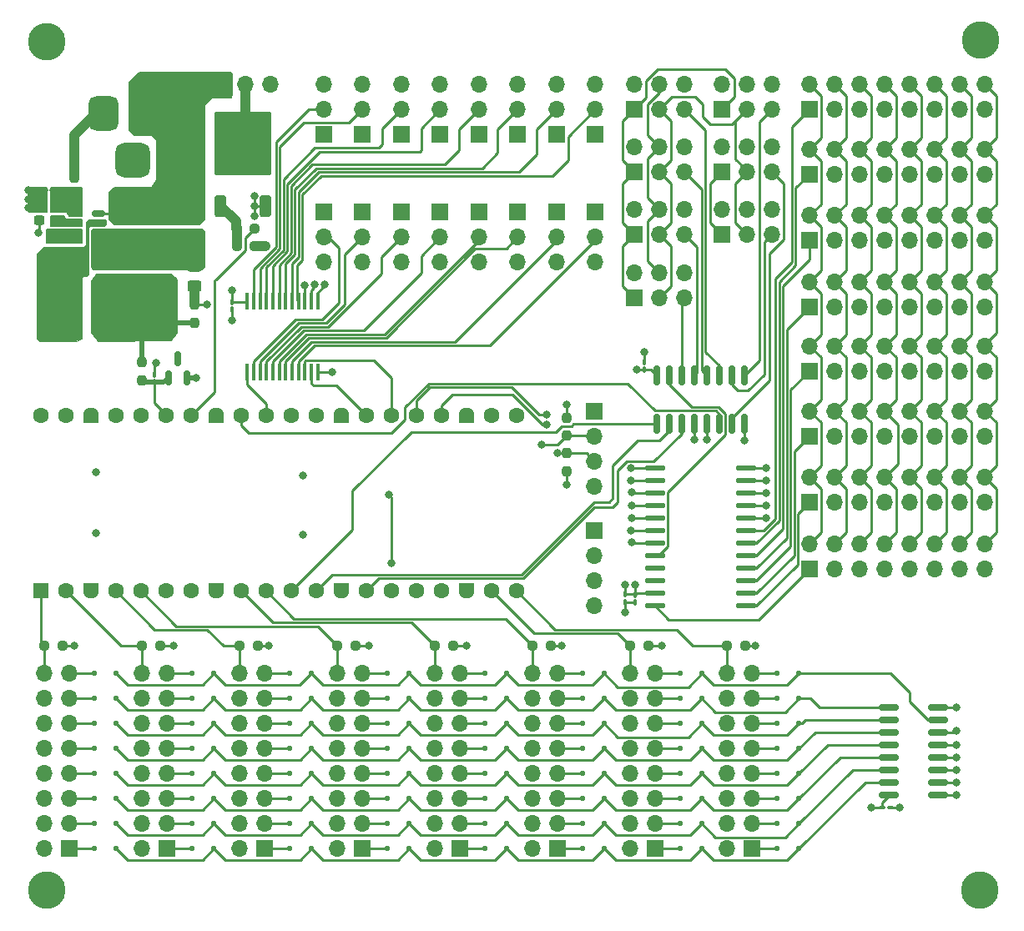
<source format=gbr>
%TF.GenerationSoftware,KiCad,Pcbnew,8.0.8*%
%TF.CreationDate,2025-03-09T11:30:45-03:00*%
%TF.ProjectId,pi_controller,70695f63-6f6e-4747-926f-6c6c65722e6b,1.0*%
%TF.SameCoordinates,Original*%
%TF.FileFunction,Copper,L1,Top*%
%TF.FilePolarity,Positive*%
%FSLAX46Y46*%
G04 Gerber Fmt 4.6, Leading zero omitted, Abs format (unit mm)*
G04 Created by KiCad (PCBNEW 8.0.8) date 2025-03-09 11:30:45*
%MOMM*%
%LPD*%
G01*
G04 APERTURE LIST*
G04 Aperture macros list*
%AMRoundRect*
0 Rectangle with rounded corners*
0 $1 Rounding radius*
0 $2 $3 $4 $5 $6 $7 $8 $9 X,Y pos of 4 corners*
0 Add a 4 corners polygon primitive as box body*
4,1,4,$2,$3,$4,$5,$6,$7,$8,$9,$2,$3,0*
0 Add four circle primitives for the rounded corners*
1,1,$1+$1,$2,$3*
1,1,$1+$1,$4,$5*
1,1,$1+$1,$6,$7*
1,1,$1+$1,$8,$9*
0 Add four rect primitives between the rounded corners*
20,1,$1+$1,$2,$3,$4,$5,0*
20,1,$1+$1,$4,$5,$6,$7,0*
20,1,$1+$1,$6,$7,$8,$9,0*
20,1,$1+$1,$8,$9,$2,$3,0*%
%AMFreePoly0*
4,1,28,0.605014,0.794986,0.644504,0.794986,0.724698,0.756366,0.780194,0.686777,0.800000,0.600000,0.800000,-0.600000,0.780194,-0.686777,0.724698,-0.756366,0.644504,-0.794986,0.605014,-0.794986,0.600000,-0.800000,0.000000,-0.800000,-0.178017,-0.779942,-0.347107,-0.720775,-0.498792,-0.625465,-0.625465,-0.498792,-0.720775,-0.347107,-0.779942,-0.178017,-0.800000,0.000000,-0.779942,0.178017,
-0.720775,0.347107,-0.625465,0.498792,-0.498792,0.625465,-0.347107,0.720775,-0.178017,0.779942,0.000000,0.800000,0.600000,0.800000,0.605014,0.794986,0.605014,0.794986,$1*%
%AMFreePoly1*
4,1,28,0.178017,0.779942,0.347107,0.720775,0.498792,0.625465,0.625465,0.498792,0.720775,0.347107,0.779942,0.178017,0.800000,0.000000,0.779942,-0.178017,0.720775,-0.347107,0.625465,-0.498792,0.498792,-0.625465,0.347107,-0.720775,0.178017,-0.779942,0.000000,-0.800000,-0.600000,-0.800000,-0.605014,-0.794986,-0.644504,-0.794986,-0.724698,-0.756366,-0.780194,-0.686777,-0.800000,-0.600000,
-0.800000,0.600000,-0.780194,0.686777,-0.724698,0.756366,-0.644504,0.794986,-0.605014,0.794986,-0.600000,0.800000,0.000000,0.800000,0.178017,0.779942,0.178017,0.779942,$1*%
G04 Aperture macros list end*
%TA.AperFunction,Conductor*%
%ADD10C,0.200000*%
%TD*%
%TA.AperFunction,Conductor*%
%ADD11C,0.100000*%
%TD*%
%TA.AperFunction,ComponentPad*%
%ADD12R,3.500000X3.500000*%
%TD*%
%TA.AperFunction,ComponentPad*%
%ADD13RoundRect,0.750000X-0.750000X-1.000000X0.750000X-1.000000X0.750000X1.000000X-0.750000X1.000000X0*%
%TD*%
%TA.AperFunction,ComponentPad*%
%ADD14RoundRect,0.875000X-0.875000X-0.875000X0.875000X-0.875000X0.875000X0.875000X-0.875000X0.875000X0*%
%TD*%
%TA.AperFunction,ComponentPad*%
%ADD15RoundRect,0.200000X0.600000X-0.600000X0.600000X0.600000X-0.600000X0.600000X-0.600000X-0.600000X0*%
%TD*%
%TA.AperFunction,ComponentPad*%
%ADD16C,1.600000*%
%TD*%
%TA.AperFunction,ComponentPad*%
%ADD17FreePoly0,90.000000*%
%TD*%
%TA.AperFunction,ComponentPad*%
%ADD18FreePoly1,90.000000*%
%TD*%
%TA.AperFunction,ComponentPad*%
%ADD19C,2.600000*%
%TD*%
%TA.AperFunction,ConnectorPad*%
%ADD20C,3.800000*%
%TD*%
%TA.AperFunction,ComponentPad*%
%ADD21R,1.700000X1.700000*%
%TD*%
%TA.AperFunction,ComponentPad*%
%ADD22O,1.700000X1.700000*%
%TD*%
%TA.AperFunction,SMDPad,CuDef*%
%ADD23RoundRect,0.250000X-0.925000X-1.500000X0.925000X-1.500000X0.925000X1.500000X-0.925000X1.500000X0*%
%TD*%
%TA.AperFunction,SMDPad,CuDef*%
%ADD24R,0.450000X1.750000*%
%TD*%
%TA.AperFunction,SMDPad,CuDef*%
%ADD25RoundRect,0.137500X-0.862500X-0.137500X0.862500X-0.137500X0.862500X0.137500X-0.862500X0.137500X0*%
%TD*%
%TA.AperFunction,SMDPad,CuDef*%
%ADD26RoundRect,0.150000X0.150000X-0.825000X0.150000X0.825000X-0.150000X0.825000X-0.150000X-0.825000X0*%
%TD*%
%TA.AperFunction,SMDPad,CuDef*%
%ADD27RoundRect,0.150000X0.825000X0.150000X-0.825000X0.150000X-0.825000X-0.150000X0.825000X-0.150000X0*%
%TD*%
%TA.AperFunction,SMDPad,CuDef*%
%ADD28RoundRect,0.150000X0.150000X-0.587500X0.150000X0.587500X-0.150000X0.587500X-0.150000X-0.587500X0*%
%TD*%
%TA.AperFunction,SMDPad,CuDef*%
%ADD29RoundRect,0.150000X0.512500X0.150000X-0.512500X0.150000X-0.512500X-0.150000X0.512500X-0.150000X0*%
%TD*%
%TA.AperFunction,SMDPad,CuDef*%
%ADD30RoundRect,0.237500X0.250000X0.237500X-0.250000X0.237500X-0.250000X-0.237500X0.250000X-0.237500X0*%
%TD*%
%TA.AperFunction,SMDPad,CuDef*%
%ADD31RoundRect,0.237500X-0.237500X0.250000X-0.237500X-0.250000X0.237500X-0.250000X0.237500X0.250000X0*%
%TD*%
%TA.AperFunction,SMDPad,CuDef*%
%ADD32RoundRect,0.237500X-0.250000X-0.237500X0.250000X-0.237500X0.250000X0.237500X-0.250000X0.237500X0*%
%TD*%
%TA.AperFunction,SMDPad,CuDef*%
%ADD33RoundRect,0.237500X0.237500X-0.250000X0.237500X0.250000X-0.237500X0.250000X-0.237500X-0.250000X0*%
%TD*%
%TA.AperFunction,SMDPad,CuDef*%
%ADD34RoundRect,0.250000X0.350000X-0.850000X0.350000X0.850000X-0.350000X0.850000X-0.350000X-0.850000X0*%
%TD*%
%TA.AperFunction,SMDPad,CuDef*%
%ADD35RoundRect,0.250000X1.125000X-1.275000X1.125000X1.275000X-1.125000X1.275000X-1.125000X-1.275000X0*%
%TD*%
%TA.AperFunction,SMDPad,CuDef*%
%ADD36RoundRect,0.249997X2.650003X-2.950003X2.650003X2.950003X-2.650003X2.950003X-2.650003X-2.950003X0*%
%TD*%
%TA.AperFunction,SMDPad,CuDef*%
%ADD37RoundRect,0.125000X0.125000X0.125000X-0.125000X0.125000X-0.125000X-0.125000X0.125000X-0.125000X0*%
%TD*%
%TA.AperFunction,SMDPad,CuDef*%
%ADD38RoundRect,0.250000X-0.450000X0.325000X-0.450000X-0.325000X0.450000X-0.325000X0.450000X0.325000X0*%
%TD*%
%TA.AperFunction,SMDPad,CuDef*%
%ADD39RoundRect,0.100000X-0.100000X0.217500X-0.100000X-0.217500X0.100000X-0.217500X0.100000X0.217500X0*%
%TD*%
%TA.AperFunction,SMDPad,CuDef*%
%ADD40RoundRect,0.100000X0.100000X-0.217500X0.100000X0.217500X-0.100000X0.217500X-0.100000X-0.217500X0*%
%TD*%
%TA.AperFunction,SMDPad,CuDef*%
%ADD41RoundRect,0.100000X-0.217500X-0.100000X0.217500X-0.100000X0.217500X0.100000X-0.217500X0.100000X0*%
%TD*%
%TA.AperFunction,SMDPad,CuDef*%
%ADD42RoundRect,0.250000X-0.650000X0.412500X-0.650000X-0.412500X0.650000X-0.412500X0.650000X0.412500X0*%
%TD*%
%TA.AperFunction,SMDPad,CuDef*%
%ADD43RoundRect,0.100000X0.217500X0.100000X-0.217500X0.100000X-0.217500X-0.100000X0.217500X-0.100000X0*%
%TD*%
%TA.AperFunction,SMDPad,CuDef*%
%ADD44RoundRect,0.237500X-0.237500X0.300000X-0.237500X-0.300000X0.237500X-0.300000X0.237500X0.300000X0*%
%TD*%
%TA.AperFunction,SMDPad,CuDef*%
%ADD45RoundRect,0.237500X-0.300000X-0.237500X0.300000X-0.237500X0.300000X0.237500X-0.300000X0.237500X0*%
%TD*%
%TA.AperFunction,SMDPad,CuDef*%
%ADD46RoundRect,0.250000X0.650000X-0.412500X0.650000X0.412500X-0.650000X0.412500X-0.650000X-0.412500X0*%
%TD*%
%TA.AperFunction,ViaPad*%
%ADD47C,0.800000*%
%TD*%
%TA.AperFunction,Conductor*%
%ADD48C,0.250000*%
%TD*%
%TA.AperFunction,Conductor*%
%ADD49C,1.000000*%
%TD*%
%TA.AperFunction,Conductor*%
%ADD50C,0.500000*%
%TD*%
G04 APERTURE END LIST*
D10*
%TO.N,Net-(U1-BST)*%
X95250000Y-77978000D02*
X95250000Y-79248000D01*
X95123000Y-79248000D01*
X91694000Y-79248000D01*
X91694000Y-77978000D01*
X91694000Y-77851000D01*
X95250000Y-77851000D01*
X95250000Y-77978000D01*
%TA.AperFunction,Conductor*%
G36*
X95250000Y-77978000D02*
G01*
X95250000Y-79248000D01*
X95123000Y-79248000D01*
X91694000Y-79248000D01*
X91694000Y-77978000D01*
X91694000Y-77851000D01*
X95250000Y-77851000D01*
X95250000Y-77978000D01*
G37*
%TD.AperFunction*%
%TO.N,+9V*%
X110490000Y-62230000D02*
X110490000Y-64135000D01*
X110363000Y-64516000D01*
X108458000Y-64516000D01*
X107696000Y-65278000D01*
X107696000Y-76835000D01*
X107188000Y-77343000D01*
X98552000Y-77343000D01*
X98044000Y-76835000D01*
X98044000Y-74168000D01*
X98552000Y-73660000D01*
X102362000Y-73660000D01*
X102870000Y-72898000D01*
X102870000Y-68834000D01*
X102362000Y-68326000D01*
X100584000Y-68326000D01*
X100076000Y-67818000D01*
X100076000Y-62992000D01*
X101092000Y-61976000D01*
X110363000Y-61976000D01*
X110490000Y-62230000D01*
%TA.AperFunction,Conductor*%
G36*
X110490000Y-62230000D02*
G01*
X110490000Y-64135000D01*
X110363000Y-64516000D01*
X108458000Y-64516000D01*
X107696000Y-65278000D01*
X107696000Y-76835000D01*
X107188000Y-77343000D01*
X98552000Y-77343000D01*
X98044000Y-76835000D01*
X98044000Y-74168000D01*
X98552000Y-73660000D01*
X102362000Y-73660000D01*
X102870000Y-72898000D01*
X102870000Y-68834000D01*
X102362000Y-68326000D01*
X100584000Y-68326000D01*
X100076000Y-67818000D01*
X100076000Y-62992000D01*
X101092000Y-61976000D01*
X110363000Y-61976000D01*
X110490000Y-62230000D01*
G37*
%TD.AperFunction*%
%TO.N,Net-(U1-EN)*%
X93599000Y-76835000D02*
X95250000Y-76835000D01*
X95250000Y-76962000D01*
X95250000Y-77343000D01*
X95250000Y-77487011D01*
X92075000Y-77487011D01*
X92075000Y-77233011D01*
X92075000Y-76852011D01*
X92075000Y-76471011D01*
X93345000Y-76471011D01*
X93599000Y-76835000D01*
%TA.AperFunction,Conductor*%
G36*
X93599000Y-76835000D02*
G01*
X95250000Y-76835000D01*
X95250000Y-76962000D01*
X95250000Y-77343000D01*
X95250000Y-77487011D01*
X92075000Y-77487011D01*
X92075000Y-77233011D01*
X92075000Y-76852011D01*
X92075000Y-76471011D01*
X93345000Y-76471011D01*
X93599000Y-76835000D01*
G37*
%TD.AperFunction*%
%TO.N,+3V3*%
X91694000Y-73787000D02*
X91694000Y-75946000D01*
X91694000Y-76090011D01*
X89916000Y-76090011D01*
X89789000Y-75946000D01*
X89789000Y-73787000D01*
X89916000Y-73660000D01*
X91694000Y-73660000D01*
X91694000Y-73787000D01*
%TA.AperFunction,Conductor*%
G36*
X91694000Y-73787000D02*
G01*
X91694000Y-75946000D01*
X91694000Y-76090011D01*
X89916000Y-76090011D01*
X89789000Y-75946000D01*
X89789000Y-73787000D01*
X89916000Y-73660000D01*
X91694000Y-73660000D01*
X91694000Y-73787000D01*
G37*
%TD.AperFunction*%
X104902000Y-82948011D02*
X104902000Y-88392000D01*
X104267000Y-89154000D01*
X96901000Y-89171011D01*
X96266000Y-88392000D01*
X96266000Y-83075011D01*
X96774000Y-82440011D01*
X104267000Y-82440011D01*
X104902000Y-82948011D01*
%TA.AperFunction,Conductor*%
G36*
X104902000Y-82948011D02*
G01*
X104902000Y-88392000D01*
X104267000Y-89154000D01*
X96901000Y-89171011D01*
X96266000Y-88392000D01*
X96266000Y-83075011D01*
X96774000Y-82440011D01*
X104267000Y-82440011D01*
X104902000Y-82948011D01*
G37*
%TD.AperFunction*%
%TO.N,GND*%
X107696000Y-78105000D02*
X107696000Y-81661000D01*
X107442000Y-81915000D01*
X100203000Y-81932011D01*
X99822000Y-81932011D01*
X99441000Y-81932011D01*
X96393000Y-81932011D01*
X96266000Y-81678011D01*
X96266000Y-77978000D01*
X96393000Y-77868011D01*
X107442000Y-77868011D01*
X107696000Y-78105000D01*
%TA.AperFunction,Conductor*%
G36*
X107696000Y-78105000D02*
G01*
X107696000Y-81661000D01*
X107442000Y-81915000D01*
X100203000Y-81932011D01*
X99822000Y-81932011D01*
X99441000Y-81932011D01*
X96393000Y-81932011D01*
X96266000Y-81678011D01*
X96266000Y-77978000D01*
X96393000Y-77868011D01*
X107442000Y-77868011D01*
X107696000Y-78105000D01*
G37*
%TD.AperFunction*%
%TO.N,Net-(U1-FB)*%
X95250000Y-73787000D02*
X95250000Y-76327000D01*
X95250000Y-76471011D01*
X93980000Y-76471011D01*
X93726000Y-76073000D01*
X92075000Y-76073000D01*
X92075000Y-75946000D01*
X92075000Y-73787000D01*
X92075000Y-73660000D01*
X95250000Y-73660000D01*
X95250000Y-73787000D01*
%TA.AperFunction,Conductor*%
G36*
X95250000Y-73787000D02*
G01*
X95250000Y-76327000D01*
X95250000Y-76471011D01*
X93980000Y-76471011D01*
X93726000Y-76073000D01*
X92075000Y-76073000D01*
X92075000Y-75946000D01*
X92075000Y-73787000D01*
X92075000Y-73660000D01*
X95250000Y-73660000D01*
X95250000Y-73787000D01*
G37*
%TD.AperFunction*%
D11*
%TO.N,Net-(U1-SW)*%
X97663000Y-76962000D02*
X97663000Y-77360011D01*
X97536000Y-77487011D01*
X96139000Y-77487011D01*
X95885000Y-77614011D01*
X95885000Y-82423000D01*
X95758000Y-82567011D01*
X95377000Y-82567011D01*
X95250000Y-82677000D01*
X95250000Y-88917011D01*
X94615000Y-89171011D01*
X90932000Y-89171011D01*
X90678000Y-88917011D01*
X90678000Y-80408011D01*
X91313000Y-79646011D01*
X95377000Y-79646011D01*
X95631000Y-79392011D01*
X95631000Y-77106011D01*
X95885000Y-76835000D01*
X97536000Y-76835000D01*
X97663000Y-76962000D01*
%TA.AperFunction,Conductor*%
G36*
X97663000Y-76962000D02*
G01*
X97663000Y-77360011D01*
X97536000Y-77487011D01*
X96139000Y-77487011D01*
X95885000Y-77614011D01*
X95885000Y-82423000D01*
X95758000Y-82567011D01*
X95377000Y-82567011D01*
X95250000Y-82677000D01*
X95250000Y-88917011D01*
X94615000Y-89171011D01*
X90932000Y-89171011D01*
X90678000Y-88917011D01*
X90678000Y-80408011D01*
X91313000Y-79646011D01*
X95377000Y-79646011D01*
X95631000Y-79392011D01*
X95631000Y-77106011D01*
X95885000Y-76835000D01*
X97536000Y-76835000D01*
X97663000Y-76962000D01*
G37*
%TD.AperFunction*%
%TD*%
D12*
%TO.P,J2,1*%
%TO.N,+9V*%
X103409000Y-66098500D03*
D13*
%TO.P,J2,2*%
%TO.N,GND*%
X97409000Y-66098500D03*
D14*
%TO.P,J2,3*%
%TO.N,unconnected-(J2-Pad3)*%
X100409000Y-70798500D03*
%TD*%
D15*
%TO.P,U4,1,GPIO0*%
%TO.N,/ROW1*%
X91059000Y-114554000D03*
D16*
%TO.P,U4,2,GPIO1*%
%TO.N,/ROW2*%
X93599000Y-114554000D03*
D17*
%TO.P,U4,3,GND*%
%TO.N,GND*%
X96139000Y-114554000D03*
D16*
%TO.P,U4,4,GPIO2*%
%TO.N,/ROW3*%
X98679000Y-114554000D03*
%TO.P,U4,5,GPIO3*%
%TO.N,/ROW4*%
X101219000Y-114554000D03*
%TO.P,U4,6,GPIO4*%
%TO.N,/SDA*%
X103759000Y-114554000D03*
%TO.P,U4,7,GPIO5*%
%TO.N,/SCL*%
X106299000Y-114554000D03*
D17*
%TO.P,U4,8,GND*%
%TO.N,GND*%
X108839000Y-114554000D03*
D16*
%TO.P,U4,9,GPIO6*%
%TO.N,/ROW5*%
X111379000Y-114554000D03*
%TO.P,U4,10,GPIO7*%
%TO.N,/ROW6*%
X113919000Y-114554000D03*
%TO.P,U4,11,GPIO8*%
%TO.N,/COL_MUX_A*%
X116459000Y-114554000D03*
%TO.P,U4,12,GPIO9*%
%TO.N,/COL_MUX_B*%
X118999000Y-114554000D03*
D17*
%TO.P,U4,13,GND*%
%TO.N,GND*%
X121539000Y-114554000D03*
D16*
%TO.P,U4,14,GPIO10*%
%TO.N,/COL_MUX_C*%
X124079000Y-114554000D03*
%TO.P,U4,15,GPIO11*%
%TO.N,/ADC_MUX_D*%
X126619000Y-114554000D03*
%TO.P,U4,16,GPIO12*%
%TO.N,/UART0_TX*%
X129159000Y-114554000D03*
%TO.P,U4,17,GPIO13*%
%TO.N,/UART0_RX*%
X131699000Y-114554000D03*
D17*
%TO.P,U4,18,GND*%
%TO.N,GND*%
X134239000Y-114554000D03*
D16*
%TO.P,U4,19,GPIO14*%
%TO.N,/ROW7*%
X136779000Y-114554000D03*
%TO.P,U4,20,GPIO15*%
%TO.N,/ROW8*%
X139319000Y-114554000D03*
%TO.P,U4,21,GPIO16*%
%TO.N,/MISO*%
X139319000Y-96774000D03*
%TO.P,U4,22,GPIO17*%
%TO.N,/CS_KEY*%
X136779000Y-96774000D03*
D18*
%TO.P,U4,23,GND*%
%TO.N,GND*%
X134239000Y-96774000D03*
D16*
%TO.P,U4,24,GPIO18*%
%TO.N,/SCLK*%
X131699000Y-96774000D03*
%TO.P,U4,25,GPIO19*%
%TO.N,/MOSI*%
X129159000Y-96774000D03*
%TO.P,U4,26,GPIO20*%
%TO.N,/ADC_MUX_A*%
X126619000Y-96774000D03*
%TO.P,U4,27,GPIO21*%
%TO.N,/ADC_MUX_B*%
X124079000Y-96774000D03*
D18*
%TO.P,U4,28,GND*%
%TO.N,GND*%
X121539000Y-96774000D03*
D16*
%TO.P,U4,29,GPIO22*%
%TO.N,/ADC_MUX_C*%
X118999000Y-96774000D03*
%TO.P,U4,30,RUN*%
%TO.N,unconnected-(U4-RUN-Pad30)*%
X116459000Y-96774000D03*
%TO.P,U4,31,GPIO26_ADC0*%
%TO.N,/ADC0*%
X113919000Y-96774000D03*
%TO.P,U4,32,GPIO27_ADC1*%
%TO.N,/CS_LED*%
X111379000Y-96774000D03*
D18*
%TO.P,U4,33,AGND*%
%TO.N,GND*%
X108839000Y-96774000D03*
D16*
%TO.P,U4,34,GPIO28_ADC2*%
%TO.N,/PWM_OUT*%
X106299000Y-96774000D03*
%TO.P,U4,35,ADC_VREF*%
%TO.N,VDDA*%
X103759000Y-96774000D03*
%TO.P,U4,36,3V3*%
%TO.N,unconnected-(U4-3V3-Pad36)*%
X101219000Y-96774000D03*
%TO.P,U4,37,3V3_EN*%
%TO.N,unconnected-(U4-3V3_EN-Pad37)*%
X98679000Y-96774000D03*
D18*
%TO.P,U4,38,GND*%
%TO.N,GND*%
X96139000Y-96774000D03*
D16*
%TO.P,U4,39,VSYS*%
%TO.N,unconnected-(U4-VSYS-Pad39)*%
X93599000Y-96774000D03*
%TO.P,U4,40,VBUS*%
%TO.N,unconnected-(U4-VBUS-Pad40)*%
X91059000Y-96774000D03*
%TD*%
D19*
%TO.P,H3,1,1*%
%TO.N,GND*%
X91694000Y-144907000D03*
D20*
X91694000Y-144907000D03*
%TD*%
D19*
%TO.P,H2,1,1*%
%TO.N,GND*%
X186436000Y-58674000D03*
D20*
X186436000Y-58674000D03*
%TD*%
D19*
%TO.P,H1,1,1*%
%TO.N,GND*%
X91694000Y-58801000D03*
D20*
X91694000Y-58801000D03*
%TD*%
D19*
%TO.P,H4,1,1*%
%TO.N,GND*%
X186309000Y-144907000D03*
D20*
X186309000Y-144907000D03*
%TD*%
D21*
%TO.P,J23,1,Pin_1*%
%TO.N,/MOSI*%
X160147000Y-65659000D03*
D22*
%TO.P,J23,2,Pin_2*%
%TO.N,+3V3*%
X160147000Y-63119000D03*
%TO.P,J23,3,Pin_3*%
%TO.N,/SCLK*%
X162687000Y-65659000D03*
%TO.P,J23,4,Pin_4*%
%TO.N,/MISO*%
X162687000Y-63119000D03*
%TO.P,J23,5,Pin_5*%
%TO.N,/CS7*%
X165227000Y-65659000D03*
%TO.P,J23,6,Pin_6*%
%TO.N,GND*%
X165227000Y-63119000D03*
%TD*%
D21*
%TO.P,J22,1,Pin_1*%
%TO.N,/MOSI*%
X151257000Y-65659000D03*
D22*
%TO.P,J22,2,Pin_2*%
%TO.N,+3V3*%
X151257000Y-63119000D03*
%TO.P,J22,3,Pin_3*%
%TO.N,/SCLK*%
X153797000Y-65659000D03*
%TO.P,J22,4,Pin_4*%
%TO.N,/MISO*%
X153797000Y-63119000D03*
%TO.P,J22,5,Pin_5*%
%TO.N,/CS5*%
X156337000Y-65659000D03*
%TO.P,J22,6,Pin_6*%
%TO.N,GND*%
X156337000Y-63119000D03*
%TD*%
D21*
%TO.P,J21,1,Pin_1*%
%TO.N,/MOSI*%
X151272000Y-78363999D03*
D22*
%TO.P,J21,2,Pin_2*%
%TO.N,+3V3*%
X151272000Y-75823999D03*
%TO.P,J21,3,Pin_3*%
%TO.N,/SCLK*%
X153812000Y-78363999D03*
%TO.P,J21,4,Pin_4*%
%TO.N,/MISO*%
X153812000Y-75823999D03*
%TO.P,J21,5,Pin_5*%
%TO.N,/CS3*%
X156352000Y-78363999D03*
%TO.P,J21,6,Pin_6*%
%TO.N,GND*%
X156352000Y-75823999D03*
%TD*%
D21*
%TO.P,J20,1,Pin_1*%
%TO.N,/MOSI*%
X160147000Y-72009000D03*
D22*
%TO.P,J20,2,Pin_2*%
%TO.N,+3V3*%
X160147000Y-69469000D03*
%TO.P,J20,3,Pin_3*%
%TO.N,/SCLK*%
X162687000Y-72009000D03*
%TO.P,J20,4,Pin_4*%
%TO.N,/MISO*%
X162687000Y-69469000D03*
%TO.P,J20,5,Pin_5*%
%TO.N,/CS8*%
X165227000Y-72009000D03*
%TO.P,J20,6,Pin_6*%
%TO.N,GND*%
X165227000Y-69469000D03*
%TD*%
D21*
%TO.P,J19,1,Pin_1*%
%TO.N,/MOSI*%
X160147000Y-78359000D03*
D22*
%TO.P,J19,2,Pin_2*%
%TO.N,+3V3*%
X160147000Y-75819000D03*
%TO.P,J19,3,Pin_3*%
%TO.N,/SCLK*%
X162687000Y-78359000D03*
%TO.P,J19,4,Pin_4*%
%TO.N,/MISO*%
X162687000Y-75819000D03*
%TO.P,J19,5,Pin_5*%
%TO.N,/CS6*%
X165227000Y-78359000D03*
%TO.P,J19,6,Pin_6*%
%TO.N,GND*%
X165227000Y-75819000D03*
%TD*%
D21*
%TO.P,J18,1,Pin_1*%
%TO.N,/MOSI*%
X151257000Y-72009000D03*
D22*
%TO.P,J18,2,Pin_2*%
%TO.N,+3V3*%
X151257000Y-69469000D03*
%TO.P,J18,3,Pin_3*%
%TO.N,/SCLK*%
X153797000Y-72009000D03*
%TO.P,J18,4,Pin_4*%
%TO.N,/MISO*%
X153797000Y-69469000D03*
%TO.P,J18,5,Pin_5*%
%TO.N,/CS4*%
X156337000Y-72009000D03*
%TO.P,J18,6,Pin_6*%
%TO.N,GND*%
X156337000Y-69469000D03*
%TD*%
D21*
%TO.P,J17,1,Pin_1*%
%TO.N,/MOSI*%
X151272000Y-84756332D03*
D22*
%TO.P,J17,2,Pin_2*%
%TO.N,+3V3*%
X151272000Y-82216332D03*
%TO.P,J17,3,Pin_3*%
%TO.N,/SCLK*%
X153812000Y-84756332D03*
%TO.P,J17,4,Pin_4*%
%TO.N,/MISO*%
X153812000Y-82216332D03*
%TO.P,J17,5,Pin_5*%
%TO.N,/CS2*%
X156352000Y-84756332D03*
%TO.P,J17,6,Pin_6*%
%TO.N,GND*%
X156352000Y-82216332D03*
%TD*%
%TO.P,J43,16,Pin_16*%
%TO.N,/ROW8*%
X160688000Y-122936000D03*
%TO.P,J43,15,Pin_15*%
%TO.N,Net-(D54-A)*%
X163228000Y-122936000D03*
%TO.P,J43,14,Pin_14*%
%TO.N,/ROW8*%
X160688000Y-125476000D03*
%TO.P,J43,13,Pin_13*%
%TO.N,Net-(D52-A)*%
X163228000Y-125476000D03*
%TO.P,J43,12,Pin_12*%
%TO.N,/ROW8*%
X160688000Y-128016000D03*
%TO.P,J43,11,Pin_11*%
%TO.N,Net-(D53-A)*%
X163228000Y-128016000D03*
%TO.P,J43,10,Pin_10*%
%TO.N,/ROW8*%
X160688000Y-130556000D03*
%TO.P,J43,9,Pin_9*%
%TO.N,Net-(D51-A)*%
X163228000Y-130556000D03*
%TO.P,J43,8,Pin_8*%
%TO.N,/ROW8*%
X160688000Y-133096000D03*
%TO.P,J43,7,Pin_7*%
%TO.N,Net-(D55-A)*%
X163228000Y-133096000D03*
%TO.P,J43,6,Pin_6*%
%TO.N,/ROW8*%
X160688000Y-135636000D03*
%TO.P,J43,5,Pin_5*%
%TO.N,Net-(D57-A)*%
X163228000Y-135636000D03*
%TO.P,J43,4,Pin_4*%
%TO.N,/ROW8*%
X160688000Y-138176000D03*
%TO.P,J43,3,Pin_3*%
%TO.N,Net-(D56-A)*%
X163228000Y-138176000D03*
%TO.P,J43,2,Pin_2*%
%TO.N,/ROW8*%
X160688000Y-140716000D03*
D21*
%TO.P,J43,1,Pin_1*%
%TO.N,Net-(D65-A)*%
X163228000Y-140716000D03*
%TD*%
%TO.P,J42,1,Pin_1*%
%TO.N,Net-(D63-A)*%
X153416000Y-140716000D03*
D22*
%TO.P,J42,2,Pin_2*%
%TO.N,/ROW7*%
X150876000Y-140716000D03*
%TO.P,J42,3,Pin_3*%
%TO.N,Net-(D48-A)*%
X153416000Y-138176000D03*
%TO.P,J42,4,Pin_4*%
%TO.N,/ROW7*%
X150876000Y-138176000D03*
%TO.P,J42,5,Pin_5*%
%TO.N,Net-(D50-A)*%
X153416000Y-135636000D03*
%TO.P,J42,6,Pin_6*%
%TO.N,/ROW7*%
X150876000Y-135636000D03*
%TO.P,J42,7,Pin_7*%
%TO.N,Net-(D38-A)*%
X153416000Y-133096000D03*
%TO.P,J42,8,Pin_8*%
%TO.N,/ROW7*%
X150876000Y-133096000D03*
%TO.P,J42,9,Pin_9*%
%TO.N,Net-(D39-A)*%
X153416000Y-130556000D03*
%TO.P,J42,10,Pin_10*%
%TO.N,/ROW7*%
X150876000Y-130556000D03*
%TO.P,J42,11,Pin_11*%
%TO.N,Net-(D49-A)*%
X153416000Y-128016000D03*
%TO.P,J42,12,Pin_12*%
%TO.N,/ROW7*%
X150876000Y-128016000D03*
%TO.P,J42,13,Pin_13*%
%TO.N,Net-(D37-A)*%
X153416000Y-125476000D03*
%TO.P,J42,14,Pin_14*%
%TO.N,/ROW7*%
X150876000Y-125476000D03*
%TO.P,J42,15,Pin_15*%
%TO.N,Net-(D47-A)*%
X153416000Y-122936000D03*
%TO.P,J42,16,Pin_16*%
%TO.N,/ROW7*%
X150876000Y-122936000D03*
%TD*%
D21*
%TO.P,J41,1,Pin_1*%
%TO.N,Net-(D64-A)*%
X143510000Y-140716000D03*
D22*
%TO.P,J41,2,Pin_2*%
%TO.N,/ROW6*%
X140970000Y-140716000D03*
%TO.P,J41,3,Pin_3*%
%TO.N,Net-(D40-A)*%
X143510000Y-138176000D03*
%TO.P,J41,4,Pin_4*%
%TO.N,/ROW6*%
X140970000Y-138176000D03*
%TO.P,J41,5,Pin_5*%
%TO.N,Net-(D41-A)*%
X143510000Y-135636000D03*
%TO.P,J41,6,Pin_6*%
%TO.N,/ROW6*%
X140970000Y-135636000D03*
%TO.P,J41,7,Pin_7*%
%TO.N,Net-(D42-A)*%
X143510000Y-133096000D03*
%TO.P,J41,8,Pin_8*%
%TO.N,/ROW6*%
X140970000Y-133096000D03*
%TO.P,J41,9,Pin_9*%
%TO.N,Net-(D43-A)*%
X143510000Y-130556000D03*
%TO.P,J41,10,Pin_10*%
%TO.N,/ROW6*%
X140970000Y-130556000D03*
%TO.P,J41,11,Pin_11*%
%TO.N,Net-(D44-A)*%
X143510000Y-128016000D03*
%TO.P,J41,12,Pin_12*%
%TO.N,/ROW6*%
X140970000Y-128016000D03*
%TO.P,J41,13,Pin_13*%
%TO.N,Net-(D45-A)*%
X143510000Y-125476000D03*
%TO.P,J41,14,Pin_14*%
%TO.N,/ROW6*%
X140970000Y-125476000D03*
%TO.P,J41,15,Pin_15*%
%TO.N,Net-(D46-A)*%
X143510000Y-122936000D03*
%TO.P,J41,16,Pin_16*%
%TO.N,/ROW6*%
X140970000Y-122936000D03*
%TD*%
D21*
%TO.P,J40,1,Pin_1*%
%TO.N,Net-(D62-A)*%
X123698000Y-140700210D03*
D22*
%TO.P,J40,2,Pin_2*%
%TO.N,/ROW4*%
X121158000Y-140700210D03*
%TO.P,J40,3,Pin_3*%
%TO.N,Net-(D31-A)*%
X123698000Y-138160210D03*
%TO.P,J40,4,Pin_4*%
%TO.N,/ROW4*%
X121158000Y-138160210D03*
%TO.P,J40,5,Pin_5*%
%TO.N,Net-(D28-A)*%
X123698000Y-135620210D03*
%TO.P,J40,6,Pin_6*%
%TO.N,/ROW4*%
X121158000Y-135620210D03*
%TO.P,J40,7,Pin_7*%
%TO.N,Net-(D25-A)*%
X123698000Y-133080210D03*
%TO.P,J40,8,Pin_8*%
%TO.N,/ROW4*%
X121158000Y-133080210D03*
%TO.P,J40,9,Pin_9*%
%TO.N,Net-(D23-A)*%
X123698000Y-130540210D03*
%TO.P,J40,10,Pin_10*%
%TO.N,/ROW4*%
X121158000Y-130540210D03*
%TO.P,J40,11,Pin_11*%
%TO.N,Net-(D21-A)*%
X123698000Y-128000210D03*
%TO.P,J40,12,Pin_12*%
%TO.N,/ROW4*%
X121158000Y-128000210D03*
%TO.P,J40,13,Pin_13*%
%TO.N,Net-(D18-A)*%
X123698000Y-125460210D03*
%TO.P,J40,14,Pin_14*%
%TO.N,/ROW4*%
X121158000Y-125460210D03*
%TO.P,J40,15,Pin_15*%
%TO.N,Net-(D16-A)*%
X123698000Y-122920210D03*
%TO.P,J40,16,Pin_16*%
%TO.N,/ROW4*%
X121158000Y-122920210D03*
%TD*%
%TO.P,J37,16,Pin_16*%
%TO.N,/ROW2*%
X101346000Y-122936000D03*
%TO.P,J37,15,Pin_15*%
%TO.N,Net-(D4-A)*%
X103886000Y-122936000D03*
%TO.P,J37,14,Pin_14*%
%TO.N,/ROW2*%
X101346000Y-125476000D03*
%TO.P,J37,13,Pin_13*%
%TO.N,Net-(D15-A)*%
X103886000Y-125476000D03*
%TO.P,J37,12,Pin_12*%
%TO.N,/ROW2*%
X101346000Y-128016000D03*
%TO.P,J37,11,Pin_11*%
%TO.N,Net-(D6-A)*%
X103886000Y-128016000D03*
%TO.P,J37,10,Pin_10*%
%TO.N,/ROW2*%
X101346000Y-130556000D03*
%TO.P,J37,9,Pin_9*%
%TO.N,Net-(D8-A)*%
X103886000Y-130556000D03*
%TO.P,J37,8,Pin_8*%
%TO.N,/ROW2*%
X101346000Y-133096000D03*
%TO.P,J37,7,Pin_7*%
%TO.N,Net-(D10-A)*%
X103886000Y-133096000D03*
%TO.P,J37,6,Pin_6*%
%TO.N,/ROW2*%
X101346000Y-135636000D03*
%TO.P,J37,5,Pin_5*%
%TO.N,Net-(D14-A)*%
X103886000Y-135636000D03*
%TO.P,J37,4,Pin_4*%
%TO.N,/ROW2*%
X101346000Y-138176000D03*
%TO.P,J37,3,Pin_3*%
%TO.N,Net-(D13-A)*%
X103886000Y-138176000D03*
%TO.P,J37,2,Pin_2*%
%TO.N,/ROW2*%
X101346000Y-140716000D03*
D21*
%TO.P,J37,1,Pin_1*%
%TO.N,Net-(D59-A)*%
X103886000Y-140716000D03*
%TD*%
D22*
%TO.P,J36,16,Pin_16*%
%TO.N,/ROW1*%
X91440000Y-122936000D03*
%TO.P,J36,15,Pin_15*%
%TO.N,Net-(D3-A)*%
X93980000Y-122936000D03*
%TO.P,J36,14,Pin_14*%
%TO.N,/ROW1*%
X91440000Y-125476000D03*
%TO.P,J36,13,Pin_13*%
%TO.N,Net-(D5-A)*%
X93980000Y-125476000D03*
%TO.P,J36,12,Pin_12*%
%TO.N,/ROW1*%
X91440000Y-128016000D03*
%TO.P,J36,11,Pin_11*%
%TO.N,Net-(D7-A)*%
X93980000Y-128016000D03*
%TO.P,J36,10,Pin_10*%
%TO.N,/ROW1*%
X91440000Y-130556000D03*
%TO.P,J36,9,Pin_9*%
%TO.N,Net-(D9-A)*%
X93980000Y-130556000D03*
%TO.P,J36,8,Pin_8*%
%TO.N,/ROW1*%
X91440000Y-133096000D03*
%TO.P,J36,7,Pin_7*%
%TO.N,Net-(D11-A)*%
X93980000Y-133096000D03*
%TO.P,J36,6,Pin_6*%
%TO.N,/ROW1*%
X91440000Y-135636000D03*
%TO.P,J36,5,Pin_5*%
%TO.N,Net-(D2-A)*%
X93980000Y-135636000D03*
%TO.P,J36,4,Pin_4*%
%TO.N,/ROW1*%
X91440000Y-138176000D03*
%TO.P,J36,3,Pin_3*%
%TO.N,Net-(D12-A)*%
X93980000Y-138176000D03*
%TO.P,J36,2,Pin_2*%
%TO.N,/ROW1*%
X91440000Y-140716000D03*
D21*
%TO.P,J36,1,Pin_1*%
%TO.N,Net-(D58-A)*%
X93980000Y-140716000D03*
%TD*%
D23*
%TO.P,L1,1,1*%
%TO.N,Net-(U1-SW)*%
X92075000Y-85257011D03*
%TO.P,L1,2,2*%
%TO.N,+3V3*%
X98125000Y-85257011D03*
%TD*%
D24*
%TO.P,U2,1,COM*%
%TO.N,/ADC0*%
X111995000Y-92373000D03*
%TO.P,U2,2,I7*%
%TO.N,/AN8*%
X112645000Y-92373000D03*
%TO.P,U2,3,I6*%
%TO.N,/AN7*%
X113295000Y-92373000D03*
%TO.P,U2,4,I5*%
%TO.N,/AN6*%
X113945000Y-92373000D03*
%TO.P,U2,5,I4*%
%TO.N,/AN5*%
X114595000Y-92373000D03*
%TO.P,U2,6,I3*%
%TO.N,/AN4*%
X115245000Y-92373000D03*
%TO.P,U2,7,I2*%
%TO.N,/AN3*%
X115895000Y-92373000D03*
%TO.P,U2,8,I1*%
%TO.N,/AN2*%
X116545000Y-92373000D03*
%TO.P,U2,9,I0*%
%TO.N,/AN1*%
X117195000Y-92373000D03*
%TO.P,U2,10,S0*%
%TO.N,/ADC_MUX_A*%
X117845000Y-92373000D03*
%TO.P,U2,11,S1*%
%TO.N,/ADC_MUX_B*%
X118495000Y-92373000D03*
%TO.P,U2,12,GND*%
%TO.N,GND*%
X119145000Y-92373000D03*
%TO.P,U2,13,S3*%
%TO.N,/ADC_MUX_D*%
X119145000Y-85173000D03*
%TO.P,U2,14,S2*%
%TO.N,/ADC_MUX_C*%
X118495000Y-85173000D03*
%TO.P,U2,15,~{E}*%
%TO.N,GND*%
X117845000Y-85173000D03*
%TO.P,U2,16,I15*%
%TO.N,/AN16*%
X117195000Y-85173000D03*
%TO.P,U2,17,I14*%
%TO.N,/AN15*%
X116545000Y-85173000D03*
%TO.P,U2,18,I13*%
%TO.N,/AN14*%
X115895000Y-85173000D03*
%TO.P,U2,19,I12*%
%TO.N,/AN13*%
X115245000Y-85173000D03*
%TO.P,U2,20,I11*%
%TO.N,/AN12*%
X114595000Y-85173000D03*
%TO.P,U2,21,I10*%
%TO.N,/AN11*%
X113945000Y-85173000D03*
%TO.P,U2,22,I9*%
%TO.N,/AN10*%
X113295000Y-85173000D03*
%TO.P,U2,23,I8*%
%TO.N,/AN9*%
X112645000Y-85173000D03*
%TO.P,U2,24,VCC*%
%TO.N,+3V3*%
X111995000Y-85173000D03*
%TD*%
D25*
%TO.P,U6,24,GRID5*%
%TO.N,/GRID5*%
X162638000Y-102108000D03*
%TO.P,U6,23,GRID6*%
%TO.N,/GRID6*%
X162638000Y-103378000D03*
%TO.P,U6,22,GND*%
%TO.N,GND*%
X162638000Y-104648000D03*
%TO.P,U6,21,GRID7*%
%TO.N,/GRID7*%
X162638000Y-105918000D03*
%TO.P,U6,20,GRID8*%
%TO.N,/GRID8*%
X162638000Y-107188000D03*
%TO.P,U6,19,SEG12*%
%TO.N,/SEG12*%
X162638000Y-108458000D03*
%TO.P,U6,18,SEG11*%
%TO.N,/SEG11*%
X162638000Y-109728000D03*
%TO.P,U6,17,SEG10*%
%TO.N,/SEG10*%
X162638000Y-110998000D03*
%TO.P,U6,16,SEG9*%
%TO.N,/SEG9*%
X162638000Y-112268000D03*
%TO.P,U6,15,SEG4/KS4*%
%TO.N,/SEG4*%
X162638000Y-113538000D03*
%TO.P,U6,14,SEG3/KS3*%
%TO.N,/SEG3*%
X162638000Y-114808000D03*
%TO.P,U6,13,SEG2/KS2*%
%TO.N,/SEG2*%
X162638000Y-116078000D03*
%TO.P,U6,12,SEG1/KS1*%
%TO.N,/SEG1*%
X153338000Y-116078000D03*
%TO.P,U6,11,VDD*%
%TO.N,+3V3*%
X153338000Y-114808000D03*
%TO.P,U6,10,K1*%
%TO.N,unconnected-(U6-K1-Pad10)*%
X153338000Y-113538000D03*
%TO.P,U6,9,K0*%
%TO.N,unconnected-(U6-K0-Pad9)*%
X153338000Y-112268000D03*
%TO.P,U6,8,~{STB}*%
%TO.N,/CS1*%
X153338000Y-110998000D03*
%TO.P,U6,7,CLK*%
%TO.N,/SCLK*%
X153338000Y-109728000D03*
%TO.P,U6,6,DIO*%
%TO.N,/MOSI*%
X153338000Y-108458000D03*
%TO.P,U6,5,GRID1*%
%TO.N,/GRID1*%
X153338000Y-107188000D03*
%TO.P,U6,4,GRID2*%
%TO.N,/GRID2*%
X153338000Y-105918000D03*
%TO.P,U6,3,GND*%
%TO.N,GND*%
X153338000Y-104648000D03*
%TO.P,U6,2,GRID3*%
%TO.N,/GRID3*%
X153338000Y-103378000D03*
%TO.P,U6,1,GRID4*%
%TO.N,/GRID4*%
X153338000Y-102108000D03*
%TD*%
D26*
%TO.P,U5,1,A0*%
%TO.N,/COL_MUX_A*%
X153543000Y-97598000D03*
%TO.P,U5,2,A1*%
%TO.N,/COL_MUX_B*%
X154813000Y-97598000D03*
%TO.P,U5,3,A2*%
%TO.N,/COL_MUX_C*%
X156083000Y-97598000D03*
%TO.P,U5,4,~{E0}*%
%TO.N,GND*%
X157353000Y-97598000D03*
%TO.P,U5,5,~{E1}*%
X158623000Y-97598000D03*
%TO.P,U5,6,E2*%
%TO.N,/CS_LED*%
X159893000Y-97598000D03*
%TO.P,U5,7,~{Y7}*%
%TO.N,/CS8*%
X161163000Y-97598000D03*
%TO.P,U5,8,GND*%
%TO.N,GND*%
X162433000Y-97598000D03*
%TO.P,U5,9,~{Y6}*%
%TO.N,/CS7*%
X162433000Y-92648000D03*
%TO.P,U5,10,~{Y5}*%
%TO.N,/CS6*%
X161163000Y-92648000D03*
%TO.P,U5,11,~{Y4}*%
%TO.N,/CS5*%
X159893000Y-92648000D03*
%TO.P,U5,12,~{Y3}*%
%TO.N,/CS4*%
X158623000Y-92648000D03*
%TO.P,U5,13,~{Y2}*%
%TO.N,/CS3*%
X157353000Y-92648000D03*
%TO.P,U5,14,~{Y1}*%
%TO.N,/CS2*%
X156083000Y-92648000D03*
%TO.P,U5,15,~{Y0}*%
%TO.N,/CS1*%
X154813000Y-92648000D03*
%TO.P,U5,16,VCC*%
%TO.N,+3V3*%
X153543000Y-92648000D03*
%TD*%
D27*
%TO.P,U7,1,A0*%
%TO.N,/COL_MUX_A*%
X182053000Y-135255000D03*
%TO.P,U7,2,A1*%
%TO.N,/COL_MUX_B*%
X182053000Y-133985000D03*
%TO.P,U7,3,A2*%
%TO.N,/COL_MUX_C*%
X182053000Y-132715000D03*
%TO.P,U7,4,~{E0}*%
%TO.N,GND*%
X182053000Y-131445000D03*
%TO.P,U7,5,~{E1}*%
X182053000Y-130175000D03*
%TO.P,U7,6,E2*%
%TO.N,/CS_KEY*%
X182053000Y-128905000D03*
%TO.P,U7,7,~{Y7}*%
%TO.N,/COL8*%
X182053000Y-127635000D03*
%TO.P,U7,8,GND*%
%TO.N,GND*%
X182053000Y-126365000D03*
%TO.P,U7,9,~{Y6}*%
%TO.N,/COL7*%
X177103000Y-126365000D03*
%TO.P,U7,10,~{Y5}*%
%TO.N,/COL6*%
X177103000Y-127635000D03*
%TO.P,U7,11,~{Y4}*%
%TO.N,/COL5*%
X177103000Y-128905000D03*
%TO.P,U7,12,~{Y3}*%
%TO.N,/COL4*%
X177103000Y-130175000D03*
%TO.P,U7,13,~{Y2}*%
%TO.N,/COL3*%
X177103000Y-131445000D03*
%TO.P,U7,14,~{Y1}*%
%TO.N,/COL2*%
X177103000Y-132715000D03*
%TO.P,U7,15,~{Y0}*%
%TO.N,/COL1*%
X177103000Y-133985000D03*
%TO.P,U7,16,VCC*%
%TO.N,+3V3*%
X177103000Y-135255000D03*
%TD*%
D28*
%TO.P,U3,1,K*%
%TO.N,VDDA*%
X104018000Y-92885500D03*
%TO.P,U3,2,A*%
%TO.N,GND*%
X105918000Y-92885500D03*
%TO.P,U3,3,NC*%
%TO.N,unconnected-(U3-NC-Pad3)*%
X104968000Y-91010500D03*
%TD*%
D29*
%TO.P,U1,1,GND*%
%TO.N,GND*%
X96890000Y-78122011D03*
%TO.P,U1,2,SW*%
%TO.N,Net-(U1-SW)*%
X96890000Y-77172011D03*
%TO.P,U1,3,IN*%
%TO.N,+9V*%
X96890000Y-76222011D03*
%TO.P,U1,4,FB*%
%TO.N,Net-(U1-FB)*%
X94615000Y-76222011D03*
%TO.P,U1,5,EN*%
%TO.N,Net-(U1-EN)*%
X94615000Y-77172011D03*
%TO.P,U1,6,BST*%
%TO.N,Net-(U1-BST)*%
X94615000Y-78122011D03*
%TD*%
D30*
%TO.P,R15,2*%
%TO.N,/ROW8*%
X160655000Y-120142000D03*
%TO.P,R15,1*%
%TO.N,+3V3*%
X162480000Y-120142000D03*
%TD*%
%TO.P,R14,1*%
%TO.N,+3V3*%
X152701000Y-120142000D03*
%TO.P,R14,2*%
%TO.N,/ROW7*%
X150876000Y-120142000D03*
%TD*%
%TO.P,R16,1*%
%TO.N,+3V3*%
X142795000Y-120142000D03*
%TO.P,R16,2*%
%TO.N,/ROW6*%
X140970000Y-120142000D03*
%TD*%
%TO.P,R13,1*%
%TO.N,+3V3*%
X132889000Y-120142000D03*
%TO.P,R13,2*%
%TO.N,/ROW5*%
X131064000Y-120142000D03*
%TD*%
%TO.P,R12,1*%
%TO.N,+3V3*%
X122983000Y-120126210D03*
%TO.P,R12,2*%
%TO.N,/ROW4*%
X121158000Y-120126210D03*
%TD*%
%TO.P,R11,1*%
%TO.N,+3V3*%
X103171000Y-120142000D03*
%TO.P,R11,2*%
%TO.N,/ROW2*%
X101346000Y-120142000D03*
%TD*%
%TO.P,R9,1*%
%TO.N,+3V3*%
X93265000Y-120142000D03*
%TO.P,R9,2*%
%TO.N,/ROW1*%
X91440000Y-120142000D03*
%TD*%
D31*
%TO.P,R6,1*%
%TO.N,+3V3*%
X101346000Y-91338000D03*
%TO.P,R6,2*%
%TO.N,VDDA*%
X101346000Y-93163000D03*
%TD*%
D30*
%TO.P,R5,1*%
%TO.N,GND*%
X112767500Y-79537000D03*
%TO.P,R5,2*%
%TO.N,Net-(Q1-Pad1)*%
X110942500Y-79537000D03*
%TD*%
D31*
%TO.P,R4,1*%
%TO.N,Net-(D1-A)*%
X106680000Y-85515500D03*
%TO.P,R4,2*%
%TO.N,+3V3*%
X106680000Y-87340500D03*
%TD*%
D32*
%TO.P,R3,1*%
%TO.N,Net-(Q1-Pad1)*%
X110942500Y-77759000D03*
%TO.P,R3,2*%
%TO.N,/PWM_OUT*%
X112767500Y-77759000D03*
%TD*%
D30*
%TO.P,R2,1*%
%TO.N,Net-(U1-FB)*%
X92633344Y-75063384D03*
%TO.P,R2,2*%
%TO.N,+3V3*%
X90808344Y-75063384D03*
%TD*%
D31*
%TO.P,R1,2*%
%TO.N,Net-(U1-FB)*%
X94424338Y-74452127D03*
%TO.P,R1,1*%
%TO.N,GND*%
X94424338Y-72627127D03*
%TD*%
D33*
%TO.P,R8,1*%
%TO.N,/SDA*%
X144399000Y-98806000D03*
%TO.P,R8,2*%
%TO.N,+3V3*%
X144399000Y-96981000D03*
%TD*%
D31*
%TO.P,R7,1*%
%TO.N,/SCL*%
X144399000Y-100560500D03*
%TO.P,R7,2*%
%TO.N,+3V3*%
X144399000Y-102385500D03*
%TD*%
D34*
%TO.P,Q1,3*%
%TO.N,GND*%
X113858500Y-75447000D03*
D35*
%TO.P,Q1,2*%
%TO.N,Net-(J1-Pin_2)*%
X113103500Y-67472000D03*
X110053500Y-67472000D03*
D36*
X111578500Y-69147000D03*
D35*
X113103500Y-70822000D03*
X110053500Y-70822000D03*
D34*
%TO.P,Q1,1*%
%TO.N,Net-(Q1-Pad1)*%
X109298500Y-75447000D03*
%TD*%
D21*
%TO.P,J25,1,Pin_1*%
%TO.N,VDDA*%
X147320000Y-68199000D03*
D22*
%TO.P,J25,2,Pin_2*%
%TO.N,/AN16*%
X147320000Y-65659000D03*
%TO.P,J25,3,Pin_3*%
%TO.N,GND*%
X147320000Y-63119000D03*
%TD*%
D21*
%TO.P,J14,1,Pin_1*%
%TO.N,VDDA*%
X139446000Y-68229000D03*
D22*
%TO.P,J14,2,Pin_2*%
%TO.N,/AN14*%
X139446000Y-65689000D03*
%TO.P,J14,3,Pin_3*%
%TO.N,GND*%
X139446000Y-63149000D03*
%TD*%
D21*
%TO.P,J3,1,Pin_1*%
%TO.N,VDDA*%
X131572000Y-68229000D03*
D22*
%TO.P,J3,2,Pin_2*%
%TO.N,/AN12*%
X131572000Y-65689000D03*
%TO.P,J3,3,Pin_3*%
%TO.N,GND*%
X131572000Y-63149000D03*
%TD*%
D21*
%TO.P,J13,1,Pin_1*%
%TO.N,VDDA*%
X123698000Y-68199000D03*
D22*
%TO.P,J13,2,Pin_2*%
%TO.N,/AN10*%
X123698000Y-65659000D03*
%TO.P,J13,3,Pin_3*%
%TO.N,GND*%
X123698000Y-63119000D03*
%TD*%
D21*
%TO.P,J12,1,Pin_1*%
%TO.N,VDDA*%
X119761000Y-76118000D03*
D22*
%TO.P,J12,2,Pin_2*%
%TO.N,/AN8*%
X119761000Y-78658000D03*
%TO.P,J12,3,Pin_3*%
%TO.N,GND*%
X119761000Y-81198000D03*
%TD*%
D21*
%TO.P,J11,1,Pin_1*%
%TO.N,VDDA*%
X127635000Y-76118000D03*
D22*
%TO.P,J11,2,Pin_2*%
%TO.N,/AN6*%
X127635000Y-78658000D03*
%TO.P,J11,3,Pin_3*%
%TO.N,GND*%
X127635000Y-81198000D03*
%TD*%
D21*
%TO.P,J10,1,Pin_1*%
%TO.N,VDDA*%
X135509000Y-76118000D03*
D22*
%TO.P,J10,2,Pin_2*%
%TO.N,/AN4*%
X135509000Y-78658000D03*
%TO.P,J10,3,Pin_3*%
%TO.N,GND*%
X135509000Y-81198000D03*
%TD*%
D21*
%TO.P,J16,1,Pin_1*%
%TO.N,VDDA*%
X143383000Y-76118000D03*
D22*
%TO.P,J16,2,Pin_2*%
%TO.N,/AN2*%
X143383000Y-78658000D03*
%TO.P,J16,3,Pin_3*%
%TO.N,GND*%
X143383000Y-81198000D03*
%TD*%
D21*
%TO.P,J15,1,Pin_1*%
%TO.N,VDDA*%
X143383000Y-68199000D03*
D22*
%TO.P,J15,2,Pin_2*%
%TO.N,/AN15*%
X143383000Y-65659000D03*
%TO.P,J15,3,Pin_3*%
%TO.N,GND*%
X143383000Y-63119000D03*
%TD*%
D21*
%TO.P,J9,1,Pin_1*%
%TO.N,VDDA*%
X135509000Y-68229000D03*
D22*
%TO.P,J9,2,Pin_2*%
%TO.N,/AN13*%
X135509000Y-65689000D03*
%TO.P,J9,3,Pin_3*%
%TO.N,GND*%
X135509000Y-63149000D03*
%TD*%
D21*
%TO.P,J6,1,Pin_1*%
%TO.N,VDDA*%
X127635000Y-68229000D03*
D22*
%TO.P,J6,2,Pin_2*%
%TO.N,/AN11*%
X127635000Y-65689000D03*
%TO.P,J6,3,Pin_3*%
%TO.N,GND*%
X127635000Y-63149000D03*
%TD*%
D21*
%TO.P,J5,1,Pin_1*%
%TO.N,VDDA*%
X119761000Y-68199000D03*
D22*
%TO.P,J5,2,Pin_2*%
%TO.N,/AN9*%
X119761000Y-65659000D03*
%TO.P,J5,3,Pin_3*%
%TO.N,GND*%
X119761000Y-63119000D03*
%TD*%
D21*
%TO.P,J4,1,Pin_1*%
%TO.N,VDDA*%
X123698000Y-76118000D03*
D22*
%TO.P,J4,2,Pin_2*%
%TO.N,/AN7*%
X123698000Y-78658000D03*
%TO.P,J4,3,Pin_3*%
%TO.N,GND*%
X123698000Y-81198000D03*
%TD*%
D21*
%TO.P,J7,1,Pin_1*%
%TO.N,VDDA*%
X131572000Y-76118000D03*
D22*
%TO.P,J7,2,Pin_2*%
%TO.N,/AN5*%
X131572000Y-78658000D03*
%TO.P,J7,3,Pin_3*%
%TO.N,GND*%
X131572000Y-81198000D03*
%TD*%
D21*
%TO.P,J8,1,Pin_1*%
%TO.N,VDDA*%
X139446000Y-76118000D03*
D22*
%TO.P,J8,2,Pin_2*%
%TO.N,/AN3*%
X139446000Y-78658000D03*
%TO.P,J8,3,Pin_3*%
%TO.N,GND*%
X139446000Y-81198000D03*
%TD*%
D21*
%TO.P,J24,1,Pin_1*%
%TO.N,VDDA*%
X147320000Y-76118000D03*
D22*
%TO.P,J24,2,Pin_2*%
%TO.N,/AN1*%
X147320000Y-78658000D03*
%TO.P,J24,3,Pin_3*%
%TO.N,GND*%
X147320000Y-81198000D03*
%TD*%
%TO.P,J1,3,Pin_3*%
%TO.N,GND*%
X114315000Y-63119000D03*
%TO.P,J1,2,Pin_2*%
%TO.N,Net-(J1-Pin_2)*%
X111775000Y-63119000D03*
D21*
%TO.P,J1,1,Pin_1*%
%TO.N,+9V*%
X109235000Y-63119000D03*
%TD*%
%TO.P,J31,1,Pin_1*%
%TO.N,+3V3*%
X147193000Y-108458000D03*
D22*
%TO.P,J31,2,Pin_2*%
%TO.N,/UART0_TX*%
X147193000Y-110998000D03*
%TO.P,J31,3,Pin_3*%
%TO.N,/UART0_RX*%
X147193000Y-113538000D03*
%TO.P,J31,4,Pin_4*%
%TO.N,GND*%
X147193000Y-116078000D03*
%TD*%
%TO.P,J30,4,Pin_4*%
%TO.N,GND*%
X147193000Y-103896000D03*
%TO.P,J30,3,Pin_3*%
%TO.N,/SCL*%
X147193000Y-101356000D03*
%TO.P,J30,2,Pin_2*%
%TO.N,/SDA*%
X147193000Y-98816000D03*
D21*
%TO.P,J30,1,Pin_1*%
%TO.N,+3V3*%
X147193000Y-96276000D03*
%TD*%
D37*
%TO.P,D54,2,A*%
%TO.N,Net-(D54-A)*%
X165768000Y-122936000D03*
%TO.P,D54,1,K*%
%TO.N,/COL8*%
X167968000Y-122936000D03*
%TD*%
%TO.P,D47,1,K*%
%TO.N,/COL8*%
X158151000Y-122936000D03*
%TO.P,D47,2,A*%
%TO.N,Net-(D47-A)*%
X155951000Y-122936000D03*
%TD*%
%TO.P,D52,2,A*%
%TO.N,Net-(D52-A)*%
X165768000Y-125476000D03*
%TO.P,D52,1,K*%
%TO.N,/COL7*%
X167968000Y-125476000D03*
%TD*%
%TO.P,D37,1,K*%
%TO.N,/COL7*%
X158151000Y-125476000D03*
%TO.P,D37,2,A*%
%TO.N,Net-(D37-A)*%
X155951000Y-125476000D03*
%TD*%
%TO.P,D53,2,A*%
%TO.N,Net-(D53-A)*%
X165768000Y-128016000D03*
%TO.P,D53,1,K*%
%TO.N,/COL6*%
X167968000Y-128016000D03*
%TD*%
%TO.P,D49,1,K*%
%TO.N,/COL6*%
X158151000Y-128016000D03*
%TO.P,D49,2,A*%
%TO.N,Net-(D49-A)*%
X155951000Y-128016000D03*
%TD*%
%TO.P,D51,2,A*%
%TO.N,Net-(D51-A)*%
X165768000Y-130556000D03*
%TO.P,D51,1,K*%
%TO.N,/COL5*%
X167968000Y-130556000D03*
%TD*%
%TO.P,D39,1,K*%
%TO.N,/COL5*%
X158151000Y-130556000D03*
%TO.P,D39,2,A*%
%TO.N,Net-(D39-A)*%
X155951000Y-130556000D03*
%TD*%
%TO.P,D55,2,A*%
%TO.N,Net-(D55-A)*%
X165768000Y-133096000D03*
%TO.P,D55,1,K*%
%TO.N,/COL4*%
X167968000Y-133096000D03*
%TD*%
%TO.P,D38,1,K*%
%TO.N,/COL4*%
X158151000Y-133096000D03*
%TO.P,D38,2,A*%
%TO.N,Net-(D38-A)*%
X155951000Y-133096000D03*
%TD*%
%TO.P,D57,2,A*%
%TO.N,Net-(D57-A)*%
X165768000Y-135636000D03*
%TO.P,D57,1,K*%
%TO.N,/COL3*%
X167968000Y-135636000D03*
%TD*%
%TO.P,D50,1,K*%
%TO.N,/COL3*%
X158151000Y-135636000D03*
%TO.P,D50,2,A*%
%TO.N,Net-(D50-A)*%
X155951000Y-135636000D03*
%TD*%
%TO.P,D56,2,A*%
%TO.N,Net-(D56-A)*%
X165768000Y-138176000D03*
%TO.P,D56,1,K*%
%TO.N,/COL2*%
X167968000Y-138176000D03*
%TD*%
%TO.P,D48,1,K*%
%TO.N,/COL2*%
X158151000Y-138176000D03*
%TO.P,D48,2,A*%
%TO.N,Net-(D48-A)*%
X155951000Y-138176000D03*
%TD*%
%TO.P,D65,2,A*%
%TO.N,Net-(D65-A)*%
X165768000Y-140716000D03*
%TO.P,D65,1,K*%
%TO.N,/COL1*%
X167968000Y-140716000D03*
%TD*%
%TO.P,D63,1,K*%
%TO.N,/COL1*%
X158151000Y-140716000D03*
%TO.P,D63,2,A*%
%TO.N,Net-(D63-A)*%
X155951000Y-140716000D03*
%TD*%
%TO.P,D46,1,K*%
%TO.N,/COL8*%
X148245163Y-122936000D03*
%TO.P,D46,2,A*%
%TO.N,Net-(D46-A)*%
X146045163Y-122936000D03*
%TD*%
%TO.P,D19,1,K*%
%TO.N,/COL8*%
X138334000Y-122936000D03*
%TO.P,D19,2,A*%
%TO.N,Net-(D19-A)*%
X136134000Y-122936000D03*
%TD*%
%TO.P,D16,2,A*%
%TO.N,Net-(D16-A)*%
X126238000Y-122920210D03*
%TO.P,D16,1,K*%
%TO.N,/COL8*%
X128438000Y-122920210D03*
%TD*%
%TO.P,D45,1,K*%
%TO.N,/COL7*%
X148245000Y-125476000D03*
%TO.P,D45,2,A*%
%TO.N,Net-(D45-A)*%
X146045000Y-125476000D03*
%TD*%
%TO.P,D17,1,K*%
%TO.N,/COL7*%
X138334000Y-125476000D03*
%TO.P,D17,2,A*%
%TO.N,Net-(D17-A)*%
X136134000Y-125476000D03*
%TD*%
%TO.P,D18,2,A*%
%TO.N,Net-(D18-A)*%
X126238000Y-125460210D03*
%TO.P,D18,1,K*%
%TO.N,/COL7*%
X128438000Y-125460210D03*
%TD*%
%TO.P,D44,1,K*%
%TO.N,/COL6*%
X148245000Y-128016000D03*
%TO.P,D44,2,A*%
%TO.N,Net-(D44-A)*%
X146045000Y-128016000D03*
%TD*%
%TO.P,D20,1,K*%
%TO.N,/COL6*%
X138334000Y-128016000D03*
%TO.P,D20,2,A*%
%TO.N,Net-(D20-A)*%
X136134000Y-128016000D03*
%TD*%
%TO.P,D21,2,A*%
%TO.N,Net-(D21-A)*%
X126238000Y-128000210D03*
%TO.P,D21,1,K*%
%TO.N,/COL6*%
X128438000Y-128000210D03*
%TD*%
%TO.P,D43,1,K*%
%TO.N,/COL5*%
X148245000Y-130556000D03*
%TO.P,D43,2,A*%
%TO.N,Net-(D43-A)*%
X146045000Y-130556000D03*
%TD*%
%TO.P,D22,1,K*%
%TO.N,/COL5*%
X138334000Y-130556000D03*
%TO.P,D22,2,A*%
%TO.N,Net-(D22-A)*%
X136134000Y-130556000D03*
%TD*%
%TO.P,D23,2,A*%
%TO.N,Net-(D23-A)*%
X126238000Y-130540210D03*
%TO.P,D23,1,K*%
%TO.N,/COL5*%
X128438000Y-130540210D03*
%TD*%
%TO.P,D42,1,K*%
%TO.N,/COL4*%
X148245000Y-133096000D03*
%TO.P,D42,2,A*%
%TO.N,Net-(D42-A)*%
X146045000Y-133096000D03*
%TD*%
%TO.P,D24,1,K*%
%TO.N,/COL4*%
X138334000Y-133096000D03*
%TO.P,D24,2,A*%
%TO.N,Net-(D24-A)*%
X136134000Y-133096000D03*
%TD*%
%TO.P,D25,2,A*%
%TO.N,Net-(D25-A)*%
X126238000Y-133080210D03*
%TO.P,D25,1,K*%
%TO.N,/COL4*%
X128438000Y-133080210D03*
%TD*%
%TO.P,D41,1,K*%
%TO.N,/COL3*%
X148245000Y-135636000D03*
%TO.P,D41,2,A*%
%TO.N,Net-(D41-A)*%
X146045000Y-135636000D03*
%TD*%
%TO.P,D27,1,K*%
%TO.N,/COL3*%
X138334000Y-135636000D03*
%TO.P,D27,2,A*%
%TO.N,Net-(D27-A)*%
X136134000Y-135636000D03*
%TD*%
%TO.P,D28,2,A*%
%TO.N,Net-(D28-A)*%
X126238000Y-135620210D03*
%TO.P,D28,1,K*%
%TO.N,/COL3*%
X128438000Y-135620210D03*
%TD*%
%TO.P,D40,1,K*%
%TO.N,/COL2*%
X148245000Y-138176000D03*
%TO.P,D40,2,A*%
%TO.N,Net-(D40-A)*%
X146045000Y-138176000D03*
%TD*%
%TO.P,D30,1,K*%
%TO.N,/COL2*%
X138334000Y-138176000D03*
%TO.P,D30,2,A*%
%TO.N,Net-(D30-A)*%
X136134000Y-138176000D03*
%TD*%
%TO.P,D31,2,A*%
%TO.N,Net-(D31-A)*%
X126238000Y-138160210D03*
%TO.P,D31,1,K*%
%TO.N,/COL2*%
X128438000Y-138160210D03*
%TD*%
%TO.P,D64,1,K*%
%TO.N,/COL1*%
X148245000Y-140716000D03*
%TO.P,D64,2,A*%
%TO.N,Net-(D64-A)*%
X146045000Y-140716000D03*
%TD*%
%TO.P,D61,1,K*%
%TO.N,/COL1*%
X138334000Y-140716000D03*
%TO.P,D61,2,A*%
%TO.N,Net-(D61-A)*%
X136134000Y-140716000D03*
%TD*%
%TO.P,D62,1,K*%
%TO.N,/COL1*%
X128438000Y-140700210D03*
%TO.P,D62,2,A*%
%TO.N,Net-(D62-A)*%
X126238000Y-140700210D03*
%TD*%
%TO.P,D4,2,A*%
%TO.N,Net-(D4-A)*%
X106426000Y-122936000D03*
%TO.P,D4,1,K*%
%TO.N,/COL8*%
X108626000Y-122936000D03*
%TD*%
%TO.P,D3,1,K*%
%TO.N,/COL8*%
X98715000Y-122936000D03*
%TO.P,D3,2,A*%
%TO.N,Net-(D3-A)*%
X96515000Y-122936000D03*
%TD*%
%TO.P,D15,2,A*%
%TO.N,Net-(D15-A)*%
X106426000Y-125476000D03*
%TO.P,D15,1,K*%
%TO.N,/COL7*%
X108626000Y-125476000D03*
%TD*%
%TO.P,D5,1,K*%
%TO.N,/COL7*%
X98715000Y-125476000D03*
%TO.P,D5,2,A*%
%TO.N,Net-(D5-A)*%
X96515000Y-125476000D03*
%TD*%
%TO.P,D6,1,K*%
%TO.N,/COL6*%
X108626000Y-128016000D03*
%TO.P,D6,2,A*%
%TO.N,Net-(D6-A)*%
X106426000Y-128016000D03*
%TD*%
%TO.P,D7,1,K*%
%TO.N,/COL6*%
X98715000Y-128016000D03*
%TO.P,D7,2,A*%
%TO.N,Net-(D7-A)*%
X96515000Y-128016000D03*
%TD*%
%TO.P,D8,2,A*%
%TO.N,Net-(D8-A)*%
X106426000Y-130556000D03*
%TO.P,D8,1,K*%
%TO.N,/COL5*%
X108626000Y-130556000D03*
%TD*%
%TO.P,D9,1,K*%
%TO.N,/COL5*%
X98715000Y-130556000D03*
%TO.P,D9,2,A*%
%TO.N,Net-(D9-A)*%
X96515000Y-130556000D03*
%TD*%
%TO.P,D10,2,A*%
%TO.N,Net-(D10-A)*%
X106426000Y-133096000D03*
%TO.P,D10,1,K*%
%TO.N,/COL4*%
X108626000Y-133096000D03*
%TD*%
%TO.P,D11,1,K*%
%TO.N,/COL4*%
X98715000Y-133096000D03*
%TO.P,D11,2,A*%
%TO.N,Net-(D11-A)*%
X96515000Y-133096000D03*
%TD*%
%TO.P,D14,2,A*%
%TO.N,Net-(D14-A)*%
X106426000Y-135636000D03*
%TO.P,D14,1,K*%
%TO.N,/COL3*%
X108626000Y-135636000D03*
%TD*%
%TO.P,D2,1,K*%
%TO.N,/COL3*%
X98715000Y-135636000D03*
%TO.P,D2,2,A*%
%TO.N,Net-(D2-A)*%
X96515000Y-135636000D03*
%TD*%
%TO.P,D13,2,A*%
%TO.N,Net-(D13-A)*%
X106426000Y-138176000D03*
%TO.P,D13,1,K*%
%TO.N,/COL2*%
X108626000Y-138176000D03*
%TD*%
%TO.P,D12,1,K*%
%TO.N,/COL2*%
X98715000Y-138176000D03*
%TO.P,D12,2,A*%
%TO.N,Net-(D12-A)*%
X96515000Y-138176000D03*
%TD*%
%TO.P,D59,2,A*%
%TO.N,Net-(D59-A)*%
X106426000Y-140716000D03*
%TO.P,D59,1,K*%
%TO.N,/COL1*%
X108626000Y-140716000D03*
%TD*%
%TO.P,D58,2,A*%
%TO.N,Net-(D58-A)*%
X96515000Y-140716000D03*
%TO.P,D58,1,K*%
%TO.N,/COL1*%
X98715000Y-140716000D03*
%TD*%
D38*
%TO.P,D1,2,A*%
%TO.N,Net-(D1-A)*%
X106680000Y-83643000D03*
%TO.P,D1,1,K*%
%TO.N,GND*%
X106680000Y-81593000D03*
%TD*%
D39*
%TO.P,C1,1*%
%TO.N,+3V3*%
X110490000Y-85183000D03*
%TO.P,C1,2*%
%TO.N,GND*%
X110490000Y-85998000D03*
%TD*%
%TO.P,C10,2*%
%TO.N,GND*%
X150368000Y-115672000D03*
%TO.P,C10,1*%
%TO.N,+3V3*%
X150368000Y-114857000D03*
%TD*%
%TO.P,C11,2*%
%TO.N,GND*%
X151384000Y-115723500D03*
%TO.P,C11,1*%
%TO.N,+3V3*%
X151384000Y-114908500D03*
%TD*%
D40*
%TO.P,C9,2*%
%TO.N,GND*%
X152273000Y-91286500D03*
%TO.P,C9,1*%
%TO.N,+3V3*%
X152273000Y-92101500D03*
%TD*%
D41*
%TO.P,C12,1*%
%TO.N,+3V3*%
X176403000Y-136525000D03*
%TO.P,C12,2*%
%TO.N,GND*%
X177218000Y-136525000D03*
%TD*%
D40*
%TO.P,C8,1*%
%TO.N,VDDA*%
X102616000Y-93368500D03*
%TO.P,C8,2*%
%TO.N,GND*%
X102616000Y-92553500D03*
%TD*%
D42*
%TO.P,C3,1*%
%TO.N,GND*%
X101092000Y-81076000D03*
%TO.P,C3,2*%
%TO.N,+3V3*%
X101092000Y-84201000D03*
%TD*%
%TO.P,C2,1*%
%TO.N,GND*%
X103639244Y-81072946D03*
%TO.P,C2,2*%
%TO.N,+3V3*%
X103639244Y-84197946D03*
%TD*%
D43*
%TO.P,C7,2*%
%TO.N,+3V3*%
X91466000Y-73852011D03*
%TO.P,C7,1*%
%TO.N,Net-(U1-FB)*%
X92281000Y-73852011D03*
%TD*%
D44*
%TO.P,C6,1*%
%TO.N,Net-(U1-BST)*%
X92638432Y-78782030D03*
%TO.P,C6,2*%
%TO.N,Net-(U1-SW)*%
X92638432Y-80507030D03*
%TD*%
D45*
%TO.P,C5,1*%
%TO.N,GND*%
X90858344Y-76946854D03*
%TO.P,C5,2*%
%TO.N,Net-(U1-EN)*%
X92583344Y-76946854D03*
%TD*%
D46*
%TO.P,C4,1*%
%TO.N,GND*%
X99384096Y-78803123D03*
%TO.P,C4,2*%
%TO.N,+9V*%
X99384096Y-75678123D03*
%TD*%
D22*
%TO.P,J39,16,Pin_16*%
%TO.N,/ROW5*%
X131064000Y-122936000D03*
%TO.P,J39,15,Pin_15*%
%TO.N,Net-(D19-A)*%
X133604000Y-122936000D03*
%TO.P,J39,14,Pin_14*%
%TO.N,/ROW5*%
X131064000Y-125476000D03*
%TO.P,J39,13,Pin_13*%
%TO.N,Net-(D17-A)*%
X133604000Y-125476000D03*
%TO.P,J39,12,Pin_12*%
%TO.N,/ROW5*%
X131064000Y-128016000D03*
%TO.P,J39,11,Pin_11*%
%TO.N,Net-(D20-A)*%
X133604000Y-128016000D03*
%TO.P,J39,10,Pin_10*%
%TO.N,/ROW5*%
X131064000Y-130556000D03*
%TO.P,J39,9,Pin_9*%
%TO.N,Net-(D22-A)*%
X133604000Y-130556000D03*
%TO.P,J39,8,Pin_8*%
%TO.N,/ROW5*%
X131064000Y-133096000D03*
%TO.P,J39,7,Pin_7*%
%TO.N,Net-(D24-A)*%
X133604000Y-133096000D03*
%TO.P,J39,6,Pin_6*%
%TO.N,/ROW5*%
X131064000Y-135636000D03*
%TO.P,J39,5,Pin_5*%
%TO.N,Net-(D27-A)*%
X133604000Y-135636000D03*
%TO.P,J39,4,Pin_4*%
%TO.N,/ROW5*%
X131064000Y-138176000D03*
%TO.P,J39,3,Pin_3*%
%TO.N,Net-(D30-A)*%
X133604000Y-138176000D03*
%TO.P,J39,2,Pin_2*%
%TO.N,/ROW5*%
X131064000Y-140716000D03*
D21*
%TO.P,J39,1,Pin_1*%
%TO.N,Net-(D61-A)*%
X133604000Y-140716000D03*
%TD*%
D37*
%TO.P,D26,2,A*%
%TO.N,Net-(D26-A)*%
X116332000Y-128016000D03*
%TO.P,D26,1,K*%
%TO.N,/COL6*%
X118532000Y-128016000D03*
%TD*%
D30*
%TO.P,R10,2*%
%TO.N,/ROW3*%
X111252000Y-120142000D03*
%TO.P,R10,1*%
%TO.N,+3V3*%
X113077000Y-120142000D03*
%TD*%
D37*
%TO.P,D29,1,K*%
%TO.N,/COL7*%
X118532000Y-125476000D03*
%TO.P,D29,2,A*%
%TO.N,Net-(D29-A)*%
X116332000Y-125476000D03*
%TD*%
%TO.P,D32,2,A*%
%TO.N,Net-(D32-A)*%
X116332000Y-133096000D03*
%TO.P,D32,1,K*%
%TO.N,/COL4*%
X118532000Y-133096000D03*
%TD*%
%TO.P,D33,1,K*%
%TO.N,/COL3*%
X118532000Y-135636000D03*
%TO.P,D33,2,A*%
%TO.N,Net-(D33-A)*%
X116332000Y-135636000D03*
%TD*%
%TO.P,D34,2,A*%
%TO.N,Net-(D34-A)*%
X116332000Y-130556000D03*
%TO.P,D34,1,K*%
%TO.N,/COL5*%
X118532000Y-130556000D03*
%TD*%
%TO.P,D35,2,A*%
%TO.N,Net-(D35-A)*%
X116327000Y-122936000D03*
%TO.P,D35,1,K*%
%TO.N,/COL8*%
X118527000Y-122936000D03*
%TD*%
%TO.P,D36,1,K*%
%TO.N,/COL2*%
X118532000Y-138176000D03*
%TO.P,D36,2,A*%
%TO.N,Net-(D36-A)*%
X116332000Y-138176000D03*
%TD*%
%TO.P,D60,1,K*%
%TO.N,/COL1*%
X118532000Y-140716000D03*
%TO.P,D60,2,A*%
%TO.N,Net-(D60-A)*%
X116332000Y-140716000D03*
%TD*%
D21*
%TO.P,J38,1,Pin_1*%
%TO.N,Net-(D60-A)*%
X113792000Y-140716000D03*
D22*
%TO.P,J38,2,Pin_2*%
%TO.N,/ROW3*%
X111252000Y-140716000D03*
%TO.P,J38,3,Pin_3*%
%TO.N,Net-(D36-A)*%
X113792000Y-138176000D03*
%TO.P,J38,4,Pin_4*%
%TO.N,/ROW3*%
X111252000Y-138176000D03*
%TO.P,J38,5,Pin_5*%
%TO.N,Net-(D33-A)*%
X113792000Y-135636000D03*
%TO.P,J38,6,Pin_6*%
%TO.N,/ROW3*%
X111252000Y-135636000D03*
%TO.P,J38,7,Pin_7*%
%TO.N,Net-(D32-A)*%
X113792000Y-133096000D03*
%TO.P,J38,8,Pin_8*%
%TO.N,/ROW3*%
X111252000Y-133096000D03*
%TO.P,J38,9,Pin_9*%
%TO.N,Net-(D34-A)*%
X113792000Y-130556000D03*
%TO.P,J38,10,Pin_10*%
%TO.N,/ROW3*%
X111252000Y-130556000D03*
%TO.P,J38,11,Pin_11*%
%TO.N,Net-(D26-A)*%
X113792000Y-128016000D03*
%TO.P,J38,12,Pin_12*%
%TO.N,/ROW3*%
X111252000Y-128016000D03*
%TO.P,J38,13,Pin_13*%
%TO.N,Net-(D29-A)*%
X113792000Y-125476000D03*
%TO.P,J38,14,Pin_14*%
%TO.N,/ROW3*%
X111252000Y-125476000D03*
%TO.P,J38,15,Pin_15*%
%TO.N,Net-(D35-A)*%
X113792000Y-122936000D03*
%TO.P,J38,16,Pin_16*%
%TO.N,/ROW3*%
X111252000Y-122936000D03*
%TD*%
%TO.P,J27,16,Pin_16*%
%TO.N,/GRID1*%
X186817000Y-83190000D03*
%TO.P,J27,15,Pin_15*%
%TO.N,/SEG9*%
X186817000Y-85730000D03*
%TO.P,J27,14,Pin_14*%
%TO.N,/GRID2*%
X184277000Y-83190000D03*
%TO.P,J27,13,Pin_13*%
%TO.N,/SEG9*%
X184277000Y-85730000D03*
%TO.P,J27,12,Pin_12*%
%TO.N,/GRID3*%
X181737000Y-83190000D03*
%TO.P,J27,11,Pin_11*%
%TO.N,/SEG9*%
X181737000Y-85730000D03*
%TO.P,J27,10,Pin_10*%
%TO.N,/GRID4*%
X179197000Y-83190000D03*
%TO.P,J27,9,Pin_9*%
%TO.N,/SEG9*%
X179197000Y-85730000D03*
%TO.P,J27,8,Pin_8*%
%TO.N,/GRID5*%
X176657000Y-83190000D03*
%TO.P,J27,7,Pin_7*%
%TO.N,/SEG9*%
X176657000Y-85730000D03*
%TO.P,J27,6,Pin_6*%
%TO.N,/GRID6*%
X174117000Y-83190000D03*
%TO.P,J27,5,Pin_5*%
%TO.N,/SEG9*%
X174117000Y-85730000D03*
%TO.P,J27,4,Pin_4*%
%TO.N,/GRID7*%
X171577000Y-83190000D03*
%TO.P,J27,3,Pin_3*%
%TO.N,/SEG9*%
X171577000Y-85730000D03*
%TO.P,J27,2,Pin_2*%
%TO.N,/GRID8*%
X169037000Y-83190000D03*
D21*
%TO.P,J27,1,Pin_1*%
%TO.N,/SEG9*%
X169037000Y-85730000D03*
%TD*%
D22*
%TO.P,J28,16,Pin_16*%
%TO.N,/GRID1*%
X186817000Y-69723000D03*
%TO.P,J28,15,Pin_15*%
%TO.N,/SEG11*%
X186817000Y-72263000D03*
%TO.P,J28,14,Pin_14*%
%TO.N,/GRID2*%
X184277000Y-69723000D03*
%TO.P,J28,13,Pin_13*%
%TO.N,/SEG11*%
X184277000Y-72263000D03*
%TO.P,J28,12,Pin_12*%
%TO.N,/GRID3*%
X181737000Y-69723000D03*
%TO.P,J28,11,Pin_11*%
%TO.N,/SEG11*%
X181737000Y-72263000D03*
%TO.P,J28,10,Pin_10*%
%TO.N,/GRID4*%
X179197000Y-69723000D03*
%TO.P,J28,9,Pin_9*%
%TO.N,/SEG11*%
X179197000Y-72263000D03*
%TO.P,J28,8,Pin_8*%
%TO.N,/GRID5*%
X176657000Y-69723000D03*
%TO.P,J28,7,Pin_7*%
%TO.N,/SEG11*%
X176657000Y-72263000D03*
%TO.P,J28,6,Pin_6*%
%TO.N,/GRID6*%
X174117000Y-69723000D03*
%TO.P,J28,5,Pin_5*%
%TO.N,/SEG11*%
X174117000Y-72263000D03*
%TO.P,J28,4,Pin_4*%
%TO.N,/GRID7*%
X171577000Y-69723000D03*
%TO.P,J28,3,Pin_3*%
%TO.N,/SEG11*%
X171577000Y-72263000D03*
%TO.P,J28,2,Pin_2*%
%TO.N,/GRID8*%
X169037000Y-69723000D03*
D21*
%TO.P,J28,1,Pin_1*%
%TO.N,/SEG11*%
X169037000Y-72263000D03*
%TD*%
D22*
%TO.P,J35,16,Pin_16*%
%TO.N,/GRID1*%
X186817000Y-89667000D03*
%TO.P,J35,15,Pin_15*%
%TO.N,/SEG4*%
X186817000Y-92207000D03*
%TO.P,J35,14,Pin_14*%
%TO.N,/GRID2*%
X184277000Y-89667000D03*
%TO.P,J35,13,Pin_13*%
%TO.N,/SEG4*%
X184277000Y-92207000D03*
%TO.P,J35,12,Pin_12*%
%TO.N,/GRID3*%
X181737000Y-89667000D03*
%TO.P,J35,11,Pin_11*%
%TO.N,/SEG4*%
X181737000Y-92207000D03*
%TO.P,J35,10,Pin_10*%
%TO.N,/GRID4*%
X179197000Y-89667000D03*
%TO.P,J35,9,Pin_9*%
%TO.N,/SEG4*%
X179197000Y-92207000D03*
%TO.P,J35,8,Pin_8*%
%TO.N,/GRID5*%
X176657000Y-89667000D03*
%TO.P,J35,7,Pin_7*%
%TO.N,/SEG4*%
X176657000Y-92207000D03*
%TO.P,J35,6,Pin_6*%
%TO.N,/GRID6*%
X174117000Y-89667000D03*
%TO.P,J35,5,Pin_5*%
%TO.N,/SEG4*%
X174117000Y-92207000D03*
%TO.P,J35,4,Pin_4*%
%TO.N,/GRID7*%
X171577000Y-89667000D03*
%TO.P,J35,3,Pin_3*%
%TO.N,/SEG4*%
X171577000Y-92207000D03*
%TO.P,J35,2,Pin_2*%
%TO.N,/GRID8*%
X169037000Y-89667000D03*
D21*
%TO.P,J35,1,Pin_1*%
%TO.N,/SEG4*%
X169037000Y-92207000D03*
%TD*%
D22*
%TO.P,J29,16,Pin_16*%
%TO.N,/GRID1*%
X186817000Y-63119000D03*
%TO.P,J29,15,Pin_15*%
%TO.N,/SEG12*%
X186817000Y-65659000D03*
%TO.P,J29,14,Pin_14*%
%TO.N,/GRID2*%
X184277000Y-63119000D03*
%TO.P,J29,13,Pin_13*%
%TO.N,/SEG12*%
X184277000Y-65659000D03*
%TO.P,J29,12,Pin_12*%
%TO.N,/GRID3*%
X181737000Y-63119000D03*
%TO.P,J29,11,Pin_11*%
%TO.N,/SEG12*%
X181737000Y-65659000D03*
%TO.P,J29,10,Pin_10*%
%TO.N,/GRID4*%
X179197000Y-63119000D03*
%TO.P,J29,9,Pin_9*%
%TO.N,/SEG12*%
X179197000Y-65659000D03*
%TO.P,J29,8,Pin_8*%
%TO.N,/GRID5*%
X176657000Y-63119000D03*
%TO.P,J29,7,Pin_7*%
%TO.N,/SEG12*%
X176657000Y-65659000D03*
%TO.P,J29,6,Pin_6*%
%TO.N,/GRID6*%
X174117000Y-63119000D03*
%TO.P,J29,5,Pin_5*%
%TO.N,/SEG12*%
X174117000Y-65659000D03*
%TO.P,J29,4,Pin_4*%
%TO.N,/GRID7*%
X171577000Y-63119000D03*
%TO.P,J29,3,Pin_3*%
%TO.N,/SEG12*%
X171577000Y-65659000D03*
%TO.P,J29,2,Pin_2*%
%TO.N,/GRID8*%
X169037000Y-63119000D03*
D21*
%TO.P,J29,1,Pin_1*%
%TO.N,/SEG12*%
X169037000Y-65659000D03*
%TD*%
D22*
%TO.P,J34,16,Pin_16*%
%TO.N,/GRID1*%
X186817000Y-103002000D03*
%TO.P,J34,15,Pin_15*%
%TO.N,/SEG2*%
X186817000Y-105542000D03*
%TO.P,J34,14,Pin_14*%
%TO.N,/GRID2*%
X184277000Y-103002000D03*
%TO.P,J34,13,Pin_13*%
%TO.N,/SEG2*%
X184277000Y-105542000D03*
%TO.P,J34,12,Pin_12*%
%TO.N,/GRID3*%
X181737000Y-103002000D03*
%TO.P,J34,11,Pin_11*%
%TO.N,/SEG2*%
X181737000Y-105542000D03*
%TO.P,J34,10,Pin_10*%
%TO.N,/GRID4*%
X179197000Y-103002000D03*
%TO.P,J34,9,Pin_9*%
%TO.N,/SEG2*%
X179197000Y-105542000D03*
%TO.P,J34,8,Pin_8*%
%TO.N,/GRID5*%
X176657000Y-103002000D03*
%TO.P,J34,7,Pin_7*%
%TO.N,/SEG2*%
X176657000Y-105542000D03*
%TO.P,J34,6,Pin_6*%
%TO.N,/GRID6*%
X174117000Y-103002000D03*
%TO.P,J34,5,Pin_5*%
%TO.N,/SEG2*%
X174117000Y-105542000D03*
%TO.P,J34,4,Pin_4*%
%TO.N,/GRID7*%
X171577000Y-103002000D03*
%TO.P,J34,3,Pin_3*%
%TO.N,/SEG2*%
X171577000Y-105542000D03*
%TO.P,J34,2,Pin_2*%
%TO.N,/GRID8*%
X169037000Y-103002000D03*
D21*
%TO.P,J34,1,Pin_1*%
%TO.N,/SEG2*%
X169037000Y-105542000D03*
%TD*%
D22*
%TO.P,J26,16,Pin_16*%
%TO.N,/GRID1*%
X186817000Y-76454000D03*
%TO.P,J26,15,Pin_15*%
%TO.N,/SEG10*%
X186817000Y-78994000D03*
%TO.P,J26,14,Pin_14*%
%TO.N,/GRID2*%
X184277000Y-76454000D03*
%TO.P,J26,13,Pin_13*%
%TO.N,/SEG10*%
X184277000Y-78994000D03*
%TO.P,J26,12,Pin_12*%
%TO.N,/GRID3*%
X181737000Y-76454000D03*
%TO.P,J26,11,Pin_11*%
%TO.N,/SEG10*%
X181737000Y-78994000D03*
%TO.P,J26,10,Pin_10*%
%TO.N,/GRID4*%
X179197000Y-76454000D03*
%TO.P,J26,9,Pin_9*%
%TO.N,/SEG10*%
X179197000Y-78994000D03*
%TO.P,J26,8,Pin_8*%
%TO.N,/GRID5*%
X176657000Y-76454000D03*
%TO.P,J26,7,Pin_7*%
%TO.N,/SEG10*%
X176657000Y-78994000D03*
%TO.P,J26,6,Pin_6*%
%TO.N,/GRID6*%
X174117000Y-76454000D03*
%TO.P,J26,5,Pin_5*%
%TO.N,/SEG10*%
X174117000Y-78994000D03*
%TO.P,J26,4,Pin_4*%
%TO.N,/GRID7*%
X171577000Y-76454000D03*
%TO.P,J26,3,Pin_3*%
%TO.N,/SEG10*%
X171577000Y-78994000D03*
%TO.P,J26,2,Pin_2*%
%TO.N,/GRID8*%
X169037000Y-76454000D03*
D21*
%TO.P,J26,1,Pin_1*%
%TO.N,/SEG10*%
X169037000Y-78994000D03*
%TD*%
D22*
%TO.P,J33,16,Pin_16*%
%TO.N,/GRID1*%
X186817000Y-109733000D03*
%TO.P,J33,15,Pin_15*%
%TO.N,/SEG1*%
X186817000Y-112273000D03*
%TO.P,J33,14,Pin_14*%
%TO.N,/GRID2*%
X184277000Y-109733000D03*
%TO.P,J33,13,Pin_13*%
%TO.N,/SEG1*%
X184277000Y-112273000D03*
%TO.P,J33,12,Pin_12*%
%TO.N,/GRID3*%
X181737000Y-109733000D03*
%TO.P,J33,11,Pin_11*%
%TO.N,/SEG1*%
X181737000Y-112273000D03*
%TO.P,J33,10,Pin_10*%
%TO.N,/GRID4*%
X179197000Y-109733000D03*
%TO.P,J33,9,Pin_9*%
%TO.N,/SEG1*%
X179197000Y-112273000D03*
%TO.P,J33,8,Pin_8*%
%TO.N,/GRID5*%
X176657000Y-109733000D03*
%TO.P,J33,7,Pin_7*%
%TO.N,/SEG1*%
X176657000Y-112273000D03*
%TO.P,J33,6,Pin_6*%
%TO.N,/GRID6*%
X174117000Y-109733000D03*
%TO.P,J33,5,Pin_5*%
%TO.N,/SEG1*%
X174117000Y-112273000D03*
%TO.P,J33,4,Pin_4*%
%TO.N,/GRID7*%
X171577000Y-109733000D03*
%TO.P,J33,3,Pin_3*%
%TO.N,/SEG1*%
X171577000Y-112273000D03*
%TO.P,J33,2,Pin_2*%
%TO.N,/GRID8*%
X169037000Y-109733000D03*
D21*
%TO.P,J33,1,Pin_1*%
%TO.N,/SEG1*%
X169037000Y-112273000D03*
%TD*%
D22*
%TO.P,J32,16,Pin_16*%
%TO.N,/GRID1*%
X186817000Y-96271000D03*
%TO.P,J32,15,Pin_15*%
%TO.N,/SEG3*%
X186817000Y-98811000D03*
%TO.P,J32,14,Pin_14*%
%TO.N,/GRID2*%
X184277000Y-96271000D03*
%TO.P,J32,13,Pin_13*%
%TO.N,/SEG3*%
X184277000Y-98811000D03*
%TO.P,J32,12,Pin_12*%
%TO.N,/GRID3*%
X181737000Y-96271000D03*
%TO.P,J32,11,Pin_11*%
%TO.N,/SEG3*%
X181737000Y-98811000D03*
%TO.P,J32,10,Pin_10*%
%TO.N,/GRID4*%
X179197000Y-96271000D03*
%TO.P,J32,9,Pin_9*%
%TO.N,/SEG3*%
X179197000Y-98811000D03*
%TO.P,J32,8,Pin_8*%
%TO.N,/GRID5*%
X176657000Y-96271000D03*
%TO.P,J32,7,Pin_7*%
%TO.N,/SEG3*%
X176657000Y-98811000D03*
%TO.P,J32,6,Pin_6*%
%TO.N,/GRID6*%
X174117000Y-96271000D03*
%TO.P,J32,5,Pin_5*%
%TO.N,/SEG3*%
X174117000Y-98811000D03*
%TO.P,J32,4,Pin_4*%
%TO.N,/GRID7*%
X171577000Y-96271000D03*
%TO.P,J32,3,Pin_3*%
%TO.N,/SEG3*%
X171577000Y-98811000D03*
%TO.P,J32,2,Pin_2*%
%TO.N,/GRID8*%
X169037000Y-96271000D03*
D21*
%TO.P,J32,1,Pin_1*%
%TO.N,/SEG3*%
X169037000Y-98811000D03*
%TD*%
D47*
%TO.N,+3V3*%
X114173000Y-120142000D03*
X163576000Y-120142000D03*
%TO.N,GND*%
X152273000Y-90297000D03*
%TO.N,+3V3*%
X151511000Y-92075000D03*
%TO.N,GND*%
X157353000Y-99187000D03*
X158623000Y-99187000D03*
X162433000Y-99314000D03*
%TO.N,/ADC_MUX_D*%
X126365000Y-104775000D03*
X126619000Y-111760000D03*
%TO.N,+3V3*%
X150368000Y-113919000D03*
X154051000Y-120142000D03*
X124333000Y-120142000D03*
X134239000Y-120142000D03*
X104521000Y-120142000D03*
X94488000Y-120142000D03*
%TO.N,/ADC_MUX_D*%
X119888000Y-83439000D03*
%TO.N,/ADC_MUX_C*%
X118872000Y-83439000D03*
%TO.N,GND*%
X102743000Y-91440000D03*
%TO.N,/SCL*%
X143510000Y-100584000D03*
%TO.N,GND*%
X90805000Y-78232000D03*
%TO.N,/SDA*%
X141859000Y-99695000D03*
%TO.N,+3V3*%
X96647000Y-108712000D03*
X96647000Y-102489000D03*
X102743000Y-85852000D03*
X101600000Y-85852000D03*
X100584000Y-85805511D03*
X110490000Y-84074000D03*
X175286500Y-136525000D03*
X151384000Y-113919000D03*
%TO.N,/SCLK*%
X150997000Y-109638000D03*
X142367000Y-97647003D03*
%TO.N,/MOSI*%
X142367000Y-96647000D03*
X150954000Y-108458000D03*
%TO.N,+3V3*%
X144399000Y-95641000D03*
X144399000Y-103769000D03*
X143881500Y-120142000D03*
%TO.N,GND*%
X117638668Y-102870000D03*
X117638668Y-108839000D03*
%TO.N,/COL_MUX_A*%
X183956000Y-135255000D03*
%TO.N,/COL_MUX_B*%
X183956000Y-133985000D03*
%TO.N,/COL_MUX_C*%
X183956000Y-132715000D03*
%TO.N,/CS_KEY*%
X183956000Y-128778000D03*
%TO.N,GND*%
X150978500Y-104521000D03*
X164641000Y-104648000D03*
%TO.N,/GRID5*%
X164641000Y-102108000D03*
%TO.N,/GRID6*%
X164641000Y-103378000D03*
%TO.N,/GRID7*%
X164641000Y-105918000D03*
%TO.N,/GRID8*%
X164641000Y-107188000D03*
%TO.N,/GRID4*%
X150915000Y-102108000D03*
%TO.N,/GRID3*%
X150915000Y-103378000D03*
%TO.N,/GRID2*%
X151042000Y-105918000D03*
%TO.N,/GRID1*%
X151042000Y-107188000D03*
%TO.N,GND*%
X112720500Y-76489000D03*
X112720500Y-74457000D03*
X112720500Y-75473000D03*
%TO.N,+3V3*%
X89789000Y-75692000D03*
X89789000Y-74803000D03*
X89789000Y-73914000D03*
%TO.N,GND*%
X150368000Y-116713000D03*
%TO.N,Net-(D1-A)*%
X107950000Y-85471000D03*
%TO.N,GND*%
X110490000Y-87122000D03*
X120650000Y-92329000D03*
X117856000Y-83566000D03*
X183956000Y-126365000D03*
X183956000Y-131445000D03*
X183956000Y-130175000D03*
X178207500Y-136525000D03*
X106807000Y-92885500D03*
X113816500Y-79584000D03*
X97536000Y-80408011D03*
X106680000Y-80205000D03*
%TD*%
D48*
%TO.N,/SCLK*%
X142367000Y-97647003D02*
X141970003Y-97647003D01*
X141970003Y-97647003D02*
X138938000Y-94615000D01*
X132842000Y-94615000D02*
X131699000Y-95758000D01*
X138938000Y-94615000D02*
X132842000Y-94615000D01*
X131699000Y-95758000D02*
X131699000Y-96774000D01*
%TO.N,/ADC_MUX_A*%
X117845000Y-92373000D02*
X117845000Y-91273000D01*
X117845000Y-91273000D02*
X117945000Y-91173000D01*
X117945000Y-91173000D02*
X124828000Y-91173000D01*
X124828000Y-91173000D02*
X126619000Y-92964000D01*
X126619000Y-92964000D02*
X126619000Y-96774000D01*
%TO.N,/ROW8*%
X160655000Y-120142000D02*
X160655000Y-120396000D01*
X160655000Y-120396000D02*
X160688000Y-120429000D01*
X160688000Y-120429000D02*
X160688000Y-122936000D01*
%TO.N,+3V3*%
X113077000Y-120142000D02*
X114173000Y-120142000D01*
X162480000Y-120142000D02*
X163576000Y-120142000D01*
%TO.N,/SCLK*%
X162687000Y-72009000D02*
X162687000Y-71882000D01*
X162687000Y-71882000D02*
X161512000Y-70707000D01*
X161512000Y-70707000D02*
X161512000Y-66834000D01*
X161512000Y-66834000D02*
X162687000Y-65659000D01*
X162687000Y-72009000D02*
X161512000Y-73184000D01*
X161512000Y-73184000D02*
X161512000Y-77184000D01*
X161512000Y-77184000D02*
X162687000Y-78359000D01*
%TO.N,/MOSI*%
X160147000Y-78359000D02*
X158972000Y-77184000D01*
X158972000Y-77184000D02*
X158972000Y-73184000D01*
X158972000Y-73184000D02*
X160147000Y-72009000D01*
%TO.N,/CS5*%
X159893000Y-92648000D02*
X159893000Y-91673001D01*
X158492000Y-90272001D02*
X158492000Y-67814000D01*
X158492000Y-67814000D02*
X156337000Y-65659000D01*
X159893000Y-91673001D02*
X158492000Y-90272001D01*
%TO.N,/CS4*%
X158623000Y-92648000D02*
X158115000Y-92140000D01*
X158115000Y-73787000D02*
X156337000Y-72009000D01*
X158115000Y-92140000D02*
X158115000Y-73787000D01*
%TO.N,/MOSI*%
X151257000Y-65659000D02*
X152432000Y-64484000D01*
X153659299Y-61595000D02*
X160474701Y-61595000D01*
X152432000Y-64484000D02*
X152432000Y-62822299D01*
X152432000Y-62822299D02*
X153659299Y-61595000D01*
X161417000Y-64389000D02*
X160147000Y-65659000D01*
X160474701Y-61595000D02*
X161417000Y-62537299D01*
X161417000Y-62537299D02*
X161417000Y-64389000D01*
%TO.N,/CS7*%
X162433000Y-92648000D02*
X163957000Y-91124000D01*
X163957000Y-91124000D02*
X163957000Y-66929000D01*
X163957000Y-66929000D02*
X165227000Y-65659000D01*
%TO.N,/MISO*%
X153812000Y-75823999D02*
X152622000Y-74633999D01*
X152622000Y-74633999D02*
X152622000Y-70644000D01*
X152622000Y-70644000D02*
X153797000Y-69469000D01*
%TO.N,/SCLK*%
X153812000Y-84756332D02*
X154987000Y-83581332D01*
X154987000Y-83581332D02*
X154987000Y-79538999D01*
X154987000Y-79538999D02*
X153812000Y-78363999D01*
%TO.N,/MISO*%
X153812000Y-75823999D02*
X152637000Y-76998999D01*
X152637000Y-76998999D02*
X152637000Y-81041332D01*
X152637000Y-81041332D02*
X153812000Y-82216332D01*
%TO.N,/SCLK*%
X153812000Y-78363999D02*
X154987000Y-77188999D01*
X154987000Y-77188999D02*
X154987000Y-73199000D01*
X154987000Y-73199000D02*
X153797000Y-72009000D01*
%TO.N,/MOSI*%
X151272000Y-78363999D02*
X150097000Y-77188999D01*
X150097000Y-77188999D02*
X150097000Y-73169000D01*
X150097000Y-73169000D02*
X151257000Y-72009000D01*
X151272000Y-84756332D02*
X150097000Y-83581332D01*
X150097000Y-83581332D02*
X150097000Y-79538999D01*
X150097000Y-79538999D02*
X151272000Y-78363999D01*
X151257000Y-65659000D02*
X150082000Y-66834000D01*
X150082000Y-66834000D02*
X150082000Y-70834000D01*
X150082000Y-70834000D02*
X151257000Y-72009000D01*
%TO.N,/SCLK*%
X153797000Y-65659000D02*
X154972000Y-66834000D01*
X154972000Y-66834000D02*
X154972000Y-70834000D01*
X154972000Y-70834000D02*
X153797000Y-72009000D01*
%TO.N,/MISO*%
X153797000Y-63119000D02*
X153797000Y-63997299D01*
X153797000Y-63997299D02*
X152622000Y-65172299D01*
X152622000Y-65172299D02*
X152622000Y-68294000D01*
X152622000Y-68294000D02*
X153797000Y-69469000D01*
%TO.N,/CS8*%
X164973000Y-93218000D02*
X164973000Y-80274701D01*
X166402000Y-73184000D02*
X165227000Y-72009000D01*
X161163000Y-97028000D02*
X164973000Y-93218000D01*
X164973000Y-80274701D02*
X166402000Y-78845701D01*
X166402000Y-78845701D02*
X166402000Y-73184000D01*
X161163000Y-97598000D02*
X161163000Y-97028000D01*
%TO.N,/CS6*%
X161163000Y-92648000D02*
X161163000Y-93622999D01*
X161774001Y-94234000D02*
X162814000Y-94234000D01*
X162814000Y-94234000D02*
X164465000Y-92583000D01*
X164465000Y-92583000D02*
X164465000Y-79121000D01*
X161163000Y-93622999D02*
X161774001Y-94234000D01*
X164465000Y-79121000D02*
X165227000Y-78359000D01*
%TO.N,/CS3*%
X157353000Y-92648000D02*
X157652999Y-92348001D01*
X157652999Y-92348001D02*
X157652999Y-79664998D01*
%TO.N,/CS2*%
X156083000Y-92648000D02*
X156083000Y-85025332D01*
X156083000Y-85025332D02*
X156352000Y-84756332D01*
%TO.N,GND*%
X152273000Y-91286500D02*
X152273000Y-90297000D01*
%TO.N,+3V3*%
X151537500Y-92101500D02*
X151511000Y-92075000D01*
X152273000Y-92101500D02*
X151537500Y-92101500D01*
X152273000Y-92101500D02*
X152996500Y-92101500D01*
X152996500Y-92101500D02*
X153543000Y-92648000D01*
%TO.N,GND*%
X157353000Y-97598000D02*
X157353000Y-99187000D01*
X158623000Y-97598000D02*
X158623000Y-99187000D01*
X162433000Y-97598000D02*
X162433000Y-99314000D01*
%TO.N,/CS1*%
X154813000Y-92648000D02*
X154813000Y-93622999D01*
X159830908Y-95885000D02*
X160518000Y-96572092D01*
X154663000Y-110060884D02*
X153725884Y-110998000D01*
X154813000Y-93622999D02*
X157075001Y-95885000D01*
X153725884Y-110998000D02*
X153338000Y-110998000D01*
X157075001Y-95885000D02*
X159830908Y-95885000D01*
X160518000Y-96572092D02*
X160518000Y-98689000D01*
X160518000Y-98689000D02*
X154663000Y-104544000D01*
X154663000Y-104544000D02*
X154663000Y-110060884D01*
%TO.N,/COL_MUX_B*%
X154813000Y-97598000D02*
X154813000Y-98298000D01*
X147213702Y-105537000D02*
X139847702Y-112903000D01*
X153797000Y-99314000D02*
X151638000Y-99314000D01*
X154813000Y-98298000D02*
X153797000Y-99314000D01*
X148717000Y-105537000D02*
X147213702Y-105537000D01*
X120650000Y-112903000D02*
X118999000Y-114554000D01*
X151638000Y-99314000D02*
X149098000Y-101854000D01*
X149098000Y-101854000D02*
X149098000Y-105156000D01*
X149098000Y-105156000D02*
X148717000Y-105537000D01*
X139847702Y-112903000D02*
X120650000Y-112903000D01*
%TO.N,/COL_MUX_C*%
X156083000Y-97598000D02*
X156083000Y-98572999D01*
X149602000Y-105541000D02*
X149098000Y-106045000D01*
X140003860Y-113280000D02*
X125353000Y-113280000D01*
X153222999Y-101433000D02*
X150531000Y-101433000D01*
X149098000Y-106045000D02*
X147238860Y-106045000D01*
X156083000Y-98572999D02*
X153222999Y-101433000D01*
X150531000Y-101433000D02*
X149602000Y-102362000D01*
X149602000Y-102362000D02*
X149602000Y-105541000D01*
X125353000Y-113280000D02*
X124079000Y-114554000D01*
X147238860Y-106045000D02*
X140003860Y-113280000D01*
%TO.N,/SDA*%
X141859000Y-99695000D02*
X143510000Y-99695000D01*
X143510000Y-99695000D02*
X144399000Y-98806000D01*
%TO.N,/SCL*%
X143510000Y-100584000D02*
X144375500Y-100584000D01*
X144375500Y-100584000D02*
X144399000Y-100560500D01*
%TO.N,/ADC_MUX_D*%
X126619000Y-111760000D02*
X126619000Y-105029000D01*
X126619000Y-105029000D02*
X126365000Y-104775000D01*
%TO.N,/COL_MUX_A*%
X122682000Y-108331000D02*
X122682000Y-104394000D01*
X128651000Y-98425000D02*
X132461000Y-98425000D01*
X132461000Y-98425000D02*
X132475000Y-98439000D01*
X143921924Y-97793500D02*
X144876076Y-97793500D01*
X122682000Y-104394000D02*
X128651000Y-98425000D01*
X116459000Y-114554000D02*
X122682000Y-108331000D01*
X145071576Y-97598000D02*
X153543000Y-97598000D01*
X132475000Y-98439000D02*
X143276424Y-98439000D01*
X143276424Y-98439000D02*
X143921924Y-97793500D01*
X144876076Y-97793500D02*
X145071576Y-97598000D01*
%TO.N,/CS_LED*%
X111379000Y-96774000D02*
X111379000Y-97790000D01*
X112141000Y-98552000D02*
X126619000Y-98552000D01*
X159893000Y-96623001D02*
X159893000Y-97598000D01*
X126619000Y-98552000D02*
X128016000Y-97155000D01*
X128016000Y-97155000D02*
X128016000Y-95859841D01*
X111379000Y-97790000D02*
X112141000Y-98552000D01*
X150626000Y-93476000D02*
X153416000Y-96266000D01*
X153416000Y-96266000D02*
X159535999Y-96266000D01*
X128016000Y-95859841D02*
X130399841Y-93476000D01*
X130399841Y-93476000D02*
X150626000Y-93476000D01*
X159535999Y-96266000D02*
X159893000Y-96623001D01*
%TO.N,+3V3*%
X150368000Y-114857000D02*
X150368000Y-113919000D01*
X151384000Y-114908500D02*
X151384000Y-113919000D01*
%TO.N,/GRID7*%
X171577000Y-69723000D02*
X172752000Y-68548000D01*
X172752000Y-68548000D02*
X172752000Y-64294000D01*
X172752000Y-64294000D02*
X171577000Y-63119000D01*
%TO.N,/GRID6*%
X174117000Y-69723000D02*
X175292000Y-68548000D01*
X175292000Y-68548000D02*
X175292000Y-64294000D01*
X175292000Y-64294000D02*
X174117000Y-63119000D01*
%TO.N,/GRID5*%
X176657000Y-69723000D02*
X177832000Y-68548000D01*
X177832000Y-68548000D02*
X177832000Y-64294000D01*
X177832000Y-64294000D02*
X176657000Y-63119000D01*
%TO.N,/GRID4*%
X179197000Y-69723000D02*
X180372000Y-68548000D01*
X180372000Y-68548000D02*
X180372000Y-64294000D01*
X180372000Y-64294000D02*
X179197000Y-63119000D01*
%TO.N,/GRID3*%
X181737000Y-69723000D02*
X182912000Y-68548000D01*
X182912000Y-68548000D02*
X182912000Y-64294000D01*
X182912000Y-64294000D02*
X181737000Y-63119000D01*
%TO.N,/GRID2*%
X184277000Y-69723000D02*
X185452000Y-68548000D01*
X185452000Y-68548000D02*
X185452000Y-64294000D01*
X185452000Y-64294000D02*
X184277000Y-63119000D01*
%TO.N,/GRID1*%
X186817000Y-69723000D02*
X187992000Y-68548000D01*
X187992000Y-68548000D02*
X187992000Y-64294000D01*
X187992000Y-64294000D02*
X186817000Y-63119000D01*
X186817000Y-76454000D02*
X187992000Y-75279000D01*
X187992000Y-75279000D02*
X187992000Y-70898000D01*
X187992000Y-70898000D02*
X186817000Y-69723000D01*
%TO.N,/GRID2*%
X184277000Y-76454000D02*
X185452000Y-75279000D01*
X185452000Y-75279000D02*
X185452000Y-70898000D01*
X185452000Y-70898000D02*
X184277000Y-69723000D01*
%TO.N,/GRID3*%
X181737000Y-76454000D02*
X182912000Y-75279000D01*
X182912000Y-75279000D02*
X182912000Y-70898000D01*
X182912000Y-70898000D02*
X181737000Y-69723000D01*
%TO.N,/GRID4*%
X179197000Y-76454000D02*
X180372000Y-75279000D01*
X180372000Y-75279000D02*
X180372000Y-70898000D01*
X180372000Y-70898000D02*
X179197000Y-69723000D01*
%TO.N,/GRID5*%
X176657000Y-76454000D02*
X177832000Y-75279000D01*
X177832000Y-75279000D02*
X177832000Y-70898000D01*
X177832000Y-70898000D02*
X176657000Y-69723000D01*
%TO.N,/GRID6*%
X174117000Y-76454000D02*
X175292000Y-75279000D01*
X175292000Y-75279000D02*
X175292000Y-70898000D01*
X175292000Y-70898000D02*
X174117000Y-69723000D01*
%TO.N,/GRID7*%
X171577000Y-76454000D02*
X172752000Y-75279000D01*
X172752000Y-75279000D02*
X172752000Y-70898000D01*
X172752000Y-70898000D02*
X171577000Y-69723000D01*
X171577000Y-83190000D02*
X172752000Y-82015000D01*
X172752000Y-82015000D02*
X172752000Y-77629000D01*
X172752000Y-77629000D02*
X171577000Y-76454000D01*
%TO.N,/GRID6*%
X174117000Y-83190000D02*
X175292000Y-82015000D01*
X175292000Y-82015000D02*
X175292000Y-77629000D01*
X175292000Y-77629000D02*
X174117000Y-76454000D01*
%TO.N,/GRID5*%
X176657000Y-83190000D02*
X177832000Y-82015000D01*
X177832000Y-82015000D02*
X177832000Y-77629000D01*
X177832000Y-77629000D02*
X176657000Y-76454000D01*
%TO.N,/GRID4*%
X179197000Y-83190000D02*
X180372000Y-82015000D01*
X180372000Y-82015000D02*
X180372000Y-77629000D01*
X180372000Y-77629000D02*
X179197000Y-76454000D01*
%TO.N,/GRID3*%
X181737000Y-83190000D02*
X182912000Y-82015000D01*
X182912000Y-77629000D02*
X181737000Y-76454000D01*
X182912000Y-82015000D02*
X182912000Y-77629000D01*
%TO.N,/GRID2*%
X184277000Y-83190000D02*
X185452000Y-82015000D01*
X185452000Y-82015000D02*
X185452000Y-77629000D01*
X185452000Y-77629000D02*
X184277000Y-76454000D01*
%TO.N,/GRID1*%
X186817000Y-83190000D02*
X187992000Y-82015000D01*
X187992000Y-82015000D02*
X187992000Y-77629000D01*
X187992000Y-77629000D02*
X186817000Y-76454000D01*
%TO.N,/GRID7*%
X171577000Y-89667000D02*
X172752000Y-88492000D01*
X172752000Y-88492000D02*
X172752000Y-84365000D01*
X172752000Y-84365000D02*
X171577000Y-83190000D01*
%TO.N,/GRID6*%
X174117000Y-89667000D02*
X175292000Y-88492000D01*
X175292000Y-88492000D02*
X175292000Y-84365000D01*
X175292000Y-84365000D02*
X174117000Y-83190000D01*
%TO.N,/GRID5*%
X176657000Y-89667000D02*
X177832000Y-88492000D01*
X177832000Y-88492000D02*
X177832000Y-84365000D01*
X177832000Y-84365000D02*
X176657000Y-83190000D01*
%TO.N,/GRID4*%
X179197000Y-89667000D02*
X180372000Y-88492000D01*
X180372000Y-88492000D02*
X180372000Y-84365000D01*
X180372000Y-84365000D02*
X179197000Y-83190000D01*
%TO.N,/GRID3*%
X181737000Y-89667000D02*
X182912000Y-88492000D01*
X182912000Y-84365000D02*
X181737000Y-83190000D01*
X182912000Y-88492000D02*
X182912000Y-84365000D01*
%TO.N,/GRID2*%
X184277000Y-89667000D02*
X185452000Y-88492000D01*
X185452000Y-88492000D02*
X185452000Y-84365000D01*
X185452000Y-84365000D02*
X184277000Y-83190000D01*
%TO.N,/GRID1*%
X186817000Y-89667000D02*
X186817000Y-89535000D01*
X186817000Y-89535000D02*
X187992000Y-88360000D01*
X187992000Y-88360000D02*
X187992000Y-84365000D01*
X187992000Y-84365000D02*
X186817000Y-83190000D01*
X186817000Y-96271000D02*
X187992000Y-95096000D01*
X187992000Y-95096000D02*
X187992000Y-90842000D01*
X187992000Y-90842000D02*
X186817000Y-89667000D01*
%TO.N,/GRID2*%
X184277000Y-96271000D02*
X185452000Y-95096000D01*
X185452000Y-95096000D02*
X185452000Y-90842000D01*
X185452000Y-90842000D02*
X184277000Y-89667000D01*
%TO.N,/GRID3*%
X181737000Y-96271000D02*
X182912000Y-95096000D01*
X182912000Y-95096000D02*
X182912000Y-90842000D01*
X182912000Y-90842000D02*
X181737000Y-89667000D01*
%TO.N,/GRID4*%
X179197000Y-96271000D02*
X180372000Y-95096000D01*
X180372000Y-90842000D02*
X179197000Y-89667000D01*
X180372000Y-95096000D02*
X180372000Y-90842000D01*
%TO.N,/GRID5*%
X176657000Y-96271000D02*
X177832000Y-95096000D01*
X177832000Y-95096000D02*
X177832000Y-90842000D01*
X177832000Y-90842000D02*
X176657000Y-89667000D01*
%TO.N,/GRID6*%
X174117000Y-96271000D02*
X175292000Y-95096000D01*
X175292000Y-95096000D02*
X175292000Y-90842000D01*
X175292000Y-90842000D02*
X174117000Y-89667000D01*
%TO.N,/GRID7*%
X171577000Y-96271000D02*
X172752000Y-95096000D01*
X172752000Y-95096000D02*
X172752000Y-90842000D01*
X172752000Y-90842000D02*
X171577000Y-89667000D01*
X171577000Y-103002000D02*
X172752000Y-101827000D01*
X172752000Y-97446000D02*
X171577000Y-96271000D01*
X172752000Y-101827000D02*
X172752000Y-97446000D01*
%TO.N,/GRID6*%
X174117000Y-103002000D02*
X175292000Y-101827000D01*
X175292000Y-101827000D02*
X175292000Y-97446000D01*
X175292000Y-97446000D02*
X174117000Y-96271000D01*
%TO.N,/GRID5*%
X176657000Y-103002000D02*
X178022000Y-101637000D01*
X178022000Y-101637000D02*
X178022000Y-97636000D01*
X178022000Y-97636000D02*
X176657000Y-96271000D01*
%TO.N,/GRID4*%
X179197000Y-103002000D02*
X180372000Y-101827000D01*
X180372000Y-101827000D02*
X180372000Y-97446000D01*
X180372000Y-97446000D02*
X179197000Y-96271000D01*
%TO.N,/GRID3*%
X181737000Y-103002000D02*
X182912000Y-101827000D01*
X182912000Y-101827000D02*
X182912000Y-97446000D01*
X182912000Y-97446000D02*
X181737000Y-96271000D01*
%TO.N,/GRID2*%
X184277000Y-103002000D02*
X185452000Y-101827000D01*
X185452000Y-101827000D02*
X185452000Y-97446000D01*
X185452000Y-97446000D02*
X184277000Y-96271000D01*
%TO.N,/GRID1*%
X186817000Y-103002000D02*
X187992000Y-101827000D01*
X187992000Y-101827000D02*
X187992000Y-97446000D01*
X187992000Y-97446000D02*
X186817000Y-96271000D01*
X186817000Y-109733000D02*
X187992000Y-108558000D01*
X187992000Y-108558000D02*
X187992000Y-104177000D01*
X187992000Y-104177000D02*
X186817000Y-103002000D01*
%TO.N,/GRID2*%
X184277000Y-109733000D02*
X185452000Y-108558000D01*
X185452000Y-108558000D02*
X185452000Y-104177000D01*
X185452000Y-104177000D02*
X184277000Y-103002000D01*
%TO.N,/GRID3*%
X181737000Y-109733000D02*
X182912000Y-108558000D01*
X182912000Y-108558000D02*
X182912000Y-104177000D01*
X182912000Y-104177000D02*
X181737000Y-103002000D01*
%TO.N,/GRID4*%
X179197000Y-109733000D02*
X180372000Y-108558000D01*
X180372000Y-104177000D02*
X179197000Y-103002000D01*
X180372000Y-108558000D02*
X180372000Y-104177000D01*
%TO.N,/GRID5*%
X176657000Y-109733000D02*
X177832000Y-108558000D01*
X177832000Y-108558000D02*
X177832000Y-104177000D01*
X177832000Y-104177000D02*
X176657000Y-103002000D01*
%TO.N,/GRID6*%
X174117000Y-109733000D02*
X175292000Y-108558000D01*
X175292000Y-108558000D02*
X175292000Y-104177000D01*
X175292000Y-104177000D02*
X174117000Y-103002000D01*
%TO.N,/GRID7*%
X171577000Y-109733000D02*
X172752000Y-108558000D01*
X172752000Y-108558000D02*
X172752000Y-104177000D01*
X172752000Y-104177000D02*
X171577000Y-103002000D01*
%TO.N,/GRID8*%
X169037000Y-103002000D02*
X170212000Y-104177000D01*
X170212000Y-104177000D02*
X170212000Y-108558000D01*
X170212000Y-108558000D02*
X169037000Y-109733000D01*
X169037000Y-96271000D02*
X170212000Y-97446000D01*
X170212000Y-97446000D02*
X170212000Y-101827000D01*
X170212000Y-101827000D02*
X169037000Y-103002000D01*
X169037000Y-89667000D02*
X170212000Y-90842000D01*
X170212000Y-90842000D02*
X170212000Y-95096000D01*
X170212000Y-95096000D02*
X169037000Y-96271000D01*
X169037000Y-83190000D02*
X170212000Y-84365000D01*
X170212000Y-84365000D02*
X170212000Y-88492000D01*
X170212000Y-88492000D02*
X169037000Y-89667000D01*
X169037000Y-76454000D02*
X170212000Y-77629000D01*
X170212000Y-77629000D02*
X170212000Y-82015000D01*
X170212000Y-82015000D02*
X169037000Y-83190000D01*
X169037000Y-69723000D02*
X170212000Y-70898000D01*
X170212000Y-70898000D02*
X170212000Y-75279000D01*
X170212000Y-75279000D02*
X169037000Y-76454000D01*
X169037000Y-63119000D02*
X170212000Y-64294000D01*
X170212000Y-64294000D02*
X170212000Y-68548000D01*
X170212000Y-68548000D02*
X169037000Y-69723000D01*
%TO.N,/SEG12*%
X169037000Y-65659000D02*
X167259000Y-67437000D01*
X167259000Y-81153000D02*
X165600000Y-82812000D01*
X165600000Y-107232841D02*
X164374841Y-108458000D01*
X167259000Y-67437000D02*
X167259000Y-81153000D01*
X165600000Y-82812000D02*
X165600000Y-107232841D01*
X164374841Y-108458000D02*
X162638000Y-108458000D01*
%TO.N,/SEG11*%
X162638000Y-109728000D02*
X163637999Y-109728000D01*
X165977000Y-83197000D02*
X167640000Y-81534000D01*
X167640000Y-73660000D02*
X169037000Y-72263000D01*
X165977000Y-107388999D02*
X165977000Y-83197000D01*
X167640000Y-81534000D02*
X167640000Y-73660000D01*
X163637999Y-109728000D02*
X165977000Y-107388999D01*
%TO.N,/SEG10*%
X162638000Y-110998000D02*
X163637999Y-110998000D01*
X166354000Y-108281999D02*
X166354000Y-83582000D01*
X163637999Y-110998000D02*
X166354000Y-108281999D01*
X166354000Y-83582000D02*
X169037000Y-80899000D01*
X169037000Y-80899000D02*
X169037000Y-78994000D01*
%TO.N,/SEG9*%
X162638000Y-112268000D02*
X163637999Y-112268000D01*
X163637999Y-112268000D02*
X166731000Y-109174999D01*
X166731000Y-109174999D02*
X166731000Y-88036000D01*
X166731000Y-88036000D02*
X169037000Y-85730000D01*
%TO.N,/SEG4*%
X162638000Y-113538000D02*
X163637999Y-113538000D01*
X163637999Y-113538000D02*
X167108000Y-110067999D01*
X167108000Y-110067999D02*
X167108000Y-94136000D01*
X167108000Y-94136000D02*
X169037000Y-92207000D01*
%TO.N,/SEG3*%
X162638000Y-114808000D02*
X163637999Y-114808000D01*
X163637999Y-114808000D02*
X167485000Y-110960999D01*
X167485000Y-110960999D02*
X167485000Y-100363000D01*
X167485000Y-100363000D02*
X169037000Y-98811000D01*
%TO.N,/SEG2*%
X162638000Y-116078000D02*
X163637999Y-116078000D01*
X167862000Y-106717000D02*
X169037000Y-105542000D01*
X163637999Y-116078000D02*
X167862000Y-111853999D01*
X167862000Y-111853999D02*
X167862000Y-106717000D01*
%TO.N,/SEG1*%
X153338000Y-116078000D02*
X154735000Y-117475000D01*
X154735000Y-117475000D02*
X163835000Y-117475000D01*
X163835000Y-117475000D02*
X169037000Y-112273000D01*
%TO.N,/ROW6*%
X140970000Y-120142000D02*
X140970000Y-122936000D01*
%TO.N,/ROW8*%
X139319000Y-114554000D02*
X143260000Y-118495000D01*
X157200842Y-120142000D02*
X160655000Y-120142000D01*
X143260000Y-118495000D02*
X155553842Y-118495000D01*
X155553842Y-118495000D02*
X157200842Y-120142000D01*
%TO.N,+3V3*%
X152701000Y-120142000D02*
X154051000Y-120142000D01*
%TO.N,/ROW7*%
X136779000Y-114554000D02*
X141097000Y-118872000D01*
X141097000Y-118872000D02*
X149606000Y-118872000D01*
X149606000Y-118872000D02*
X150876000Y-120142000D01*
X150876000Y-122936000D02*
X150876000Y-120142000D01*
%TO.N,/ROW6*%
X113919000Y-114554000D02*
X116725000Y-117360000D01*
X116725000Y-117360000D02*
X138188000Y-117360000D01*
X138188000Y-117360000D02*
X140970000Y-120142000D01*
%TO.N,/ROW5*%
X111379000Y-114554000D02*
X114562000Y-117737000D01*
X114562000Y-117737000D02*
X128659000Y-117737000D01*
X128659000Y-117737000D02*
X131064000Y-120142000D01*
%TO.N,/ROW4*%
X101219000Y-114554000D02*
X104779000Y-118114000D01*
X119145790Y-118114000D02*
X121158000Y-120126210D01*
X104779000Y-118114000D02*
X119145790Y-118114000D01*
%TO.N,+3V3*%
X124317210Y-120126210D02*
X124333000Y-120142000D01*
X122983000Y-120126210D02*
X124317210Y-120126210D01*
X132889000Y-120142000D02*
X134239000Y-120142000D01*
%TO.N,/ROW5*%
X131064000Y-120142000D02*
X131064000Y-122936000D01*
%TO.N,/ROW4*%
X121158000Y-120126210D02*
X121158000Y-122920210D01*
%TO.N,/ROW3*%
X102616000Y-118491000D02*
X107950000Y-118491000D01*
X98679000Y-114554000D02*
X102616000Y-118491000D01*
X107950000Y-118491000D02*
X109601000Y-120142000D01*
X109601000Y-120142000D02*
X111252000Y-120142000D01*
X111252000Y-120142000D02*
X111252000Y-122936000D01*
%TO.N,+3V3*%
X103171000Y-120142000D02*
X104521000Y-120142000D01*
X93265000Y-120142000D02*
X94488000Y-120142000D01*
%TO.N,/ROW2*%
X93599000Y-114554000D02*
X99187000Y-120142000D01*
X99187000Y-120142000D02*
X101346000Y-120142000D01*
%TO.N,/ROW1*%
X91059000Y-114554000D02*
X91059000Y-119761000D01*
X91059000Y-119761000D02*
X91440000Y-120142000D01*
%TO.N,/ROW2*%
X101346000Y-120142000D02*
X101346000Y-122936000D01*
%TO.N,/ROW1*%
X91440000Y-122936000D02*
X91440000Y-120142000D01*
%TO.N,/COL8*%
X177292000Y-122936000D02*
X179197000Y-124841000D01*
X167968000Y-122936000D02*
X177292000Y-122936000D01*
X179197000Y-124841000D02*
X179197000Y-125753999D01*
X179197000Y-125753999D02*
X181078001Y-127635000D01*
X181078001Y-127635000D02*
X182053000Y-127635000D01*
%TO.N,/COL7*%
X169164000Y-125476000D02*
X170053000Y-126365000D01*
X167968000Y-125476000D02*
X169164000Y-125476000D01*
X170053000Y-126365000D02*
X177103000Y-126365000D01*
%TO.N,/COL6*%
X167968000Y-128016000D02*
X168275000Y-128016000D01*
X168275000Y-128016000D02*
X168656000Y-127635000D01*
X168656000Y-127635000D02*
X177103000Y-127635000D01*
%TO.N,/COL5*%
X167968000Y-130556000D02*
X169619000Y-128905000D01*
X169619000Y-128905000D02*
X177103000Y-128905000D01*
%TO.N,/COL4*%
X167968000Y-133096000D02*
X170889000Y-130175000D01*
X170889000Y-130175000D02*
X177103000Y-130175000D01*
%TO.N,/COL3*%
X167968000Y-135636000D02*
X172159000Y-131445000D01*
X172159000Y-131445000D02*
X177103000Y-131445000D01*
%TO.N,/COL2*%
X167968000Y-138176000D02*
X173429000Y-132715000D01*
X173429000Y-132715000D02*
X177103000Y-132715000D01*
%TO.N,/COL1*%
X167968000Y-140716000D02*
X174699000Y-133985000D01*
X174699000Y-133985000D02*
X177103000Y-133985000D01*
%TO.N,/COL8*%
X158151000Y-122936000D02*
X159326000Y-124111000D01*
X159326000Y-124111000D02*
X166793000Y-124111000D01*
X166793000Y-124111000D02*
X167968000Y-122936000D01*
%TO.N,/COL7*%
X158151000Y-125476000D02*
X159516000Y-126841000D01*
X159516000Y-126841000D02*
X166603000Y-126841000D01*
X166603000Y-126841000D02*
X167968000Y-125476000D01*
%TO.N,/COL6*%
X158151000Y-128016000D02*
X159326000Y-129191000D01*
X159326000Y-129191000D02*
X166793000Y-129191000D01*
X166793000Y-129191000D02*
X167968000Y-128016000D01*
%TO.N,/COL5*%
X158151000Y-130556000D02*
X159326000Y-131731000D01*
X159326000Y-131731000D02*
X166793000Y-131731000D01*
X166793000Y-131731000D02*
X167968000Y-130556000D01*
%TO.N,/COL4*%
X158151000Y-133096000D02*
X159326000Y-134271000D01*
X159326000Y-134271000D02*
X166793000Y-134271000D01*
X166793000Y-134271000D02*
X167968000Y-133096000D01*
%TO.N,/COL3*%
X158151000Y-135636000D02*
X159326000Y-136811000D01*
X159326000Y-136811000D02*
X166793000Y-136811000D01*
X166793000Y-136811000D02*
X167968000Y-135636000D01*
%TO.N,/COL2*%
X158151000Y-138176000D02*
X159516000Y-139541000D01*
X159516000Y-139541000D02*
X166603000Y-139541000D01*
X166603000Y-139541000D02*
X167968000Y-138176000D01*
%TO.N,/COL1*%
X158151000Y-140716000D02*
X159326000Y-141891000D01*
X159326000Y-141891000D02*
X166793000Y-141891000D01*
X166793000Y-141891000D02*
X167968000Y-140716000D01*
%TO.N,Net-(D65-A)*%
X163228000Y-140716000D02*
X165768000Y-140716000D01*
%TO.N,Net-(D56-A)*%
X163228000Y-138176000D02*
X165768000Y-138176000D01*
%TO.N,Net-(D57-A)*%
X163228000Y-135636000D02*
X165768000Y-135636000D01*
%TO.N,Net-(D55-A)*%
X163228000Y-133096000D02*
X165768000Y-133096000D01*
%TO.N,Net-(D51-A)*%
X163228000Y-130556000D02*
X165768000Y-130556000D01*
%TO.N,Net-(D53-A)*%
X163228000Y-128016000D02*
X165768000Y-128016000D01*
%TO.N,Net-(D52-A)*%
X163228000Y-125476000D02*
X165768000Y-125476000D01*
%TO.N,Net-(D54-A)*%
X163228000Y-122936000D02*
X165768000Y-122936000D01*
%TO.N,/COL8*%
X148245163Y-122936000D02*
X149610163Y-124301000D01*
X149610163Y-124301000D02*
X156786000Y-124301000D01*
X156786000Y-124301000D02*
X158151000Y-122936000D01*
%TO.N,/COL7*%
X148245000Y-125476000D02*
X149420000Y-126651000D01*
X149420000Y-126651000D02*
X156976000Y-126651000D01*
X156976000Y-126651000D02*
X158151000Y-125476000D01*
%TO.N,/COL6*%
X148245000Y-128016000D02*
X149610000Y-129381000D01*
X149610000Y-129381000D02*
X156786000Y-129381000D01*
X156786000Y-129381000D02*
X158151000Y-128016000D01*
%TO.N,/COL5*%
X148245000Y-130556000D02*
X149420000Y-131731000D01*
X149420000Y-131731000D02*
X156976000Y-131731000D01*
X156976000Y-131731000D02*
X158151000Y-130556000D01*
%TO.N,/COL4*%
X148245000Y-133096000D02*
X149420000Y-134271000D01*
X149420000Y-134271000D02*
X156976000Y-134271000D01*
X156976000Y-134271000D02*
X158151000Y-133096000D01*
%TO.N,/COL3*%
X148245000Y-135636000D02*
X149420000Y-136811000D01*
X149420000Y-136811000D02*
X156976000Y-136811000D01*
X156976000Y-136811000D02*
X158151000Y-135636000D01*
%TO.N,/COL2*%
X148245000Y-138176000D02*
X149420000Y-139351000D01*
X149420000Y-139351000D02*
X156976000Y-139351000D01*
X156976000Y-139351000D02*
X158151000Y-138176000D01*
%TO.N,/COL1*%
X148245000Y-140716000D02*
X149420000Y-141891000D01*
X149420000Y-141891000D02*
X156976000Y-141891000D01*
X156976000Y-141891000D02*
X158151000Y-140716000D01*
%TO.N,Net-(D63-A)*%
X153416000Y-140716000D02*
X155951000Y-140716000D01*
%TO.N,Net-(D48-A)*%
X153416000Y-138176000D02*
X155951000Y-138176000D01*
%TO.N,Net-(D50-A)*%
X153416000Y-135636000D02*
X155951000Y-135636000D01*
%TO.N,Net-(D38-A)*%
X153416000Y-133096000D02*
X155951000Y-133096000D01*
%TO.N,Net-(D39-A)*%
X153416000Y-130556000D02*
X155951000Y-130556000D01*
%TO.N,Net-(D49-A)*%
X153416000Y-128016000D02*
X155951000Y-128016000D01*
%TO.N,Net-(D47-A)*%
X153416000Y-122936000D02*
X155951000Y-122936000D01*
%TO.N,Net-(D37-A)*%
X153416000Y-125476000D02*
X155951000Y-125476000D01*
D49*
%TO.N,Net-(J1-Pin_2)*%
X111775000Y-63119000D02*
X111775000Y-68950500D01*
D48*
X111775000Y-68950500D02*
X111578500Y-69147000D01*
%TO.N,/COL1*%
X138334000Y-140716000D02*
X139509000Y-141891000D01*
X139509000Y-141891000D02*
X147070000Y-141891000D01*
X147070000Y-141891000D02*
X148245000Y-140716000D01*
%TO.N,/COL2*%
X138334000Y-138176000D02*
X139509000Y-139351000D01*
X139509000Y-139351000D02*
X147070000Y-139351000D01*
X147070000Y-139351000D02*
X148245000Y-138176000D01*
%TO.N,/COL3*%
X138334000Y-135636000D02*
X139509000Y-136811000D01*
X139509000Y-136811000D02*
X147070000Y-136811000D01*
X147070000Y-136811000D02*
X148245000Y-135636000D01*
%TO.N,/COL4*%
X138334000Y-133096000D02*
X139509000Y-134271000D01*
X139509000Y-134271000D02*
X147070000Y-134271000D01*
X147070000Y-134271000D02*
X148245000Y-133096000D01*
%TO.N,/COL5*%
X138334000Y-130556000D02*
X139509000Y-131731000D01*
X139509000Y-131731000D02*
X147070000Y-131731000D01*
X147070000Y-131731000D02*
X148245000Y-130556000D01*
%TO.N,/COL6*%
X138334000Y-128016000D02*
X139509000Y-129191000D01*
X139509000Y-129191000D02*
X147070000Y-129191000D01*
X147070000Y-129191000D02*
X148245000Y-128016000D01*
%TO.N,/COL7*%
X138334000Y-125476000D02*
X139509000Y-126651000D01*
X139509000Y-126651000D02*
X147070000Y-126651000D01*
X147070000Y-126651000D02*
X148245000Y-125476000D01*
%TO.N,/COL8*%
X138334000Y-122936000D02*
X139509000Y-124111000D01*
X139509000Y-124111000D02*
X147070163Y-124111000D01*
X147070163Y-124111000D02*
X148245163Y-122936000D01*
%TO.N,Net-(D64-A)*%
X143510000Y-140716000D02*
X146045000Y-140716000D01*
%TO.N,Net-(D40-A)*%
X143510000Y-138176000D02*
X146045000Y-138176000D01*
%TO.N,Net-(D41-A)*%
X143510000Y-135636000D02*
X146045000Y-135636000D01*
%TO.N,Net-(D42-A)*%
X143510000Y-133096000D02*
X146045000Y-133096000D01*
%TO.N,Net-(D43-A)*%
X143510000Y-130556000D02*
X146045000Y-130556000D01*
%TO.N,Net-(D44-A)*%
X143510000Y-128016000D02*
X146045000Y-128016000D01*
%TO.N,Net-(D45-A)*%
X143510000Y-125476000D02*
X146045000Y-125476000D01*
%TO.N,Net-(D46-A)*%
X143510000Y-122936000D02*
X146045163Y-122936000D01*
%TO.N,/COL2*%
X128438000Y-138160210D02*
X129628790Y-139351000D01*
X129628790Y-139351000D02*
X137159000Y-139351000D01*
X137159000Y-139351000D02*
X138334000Y-138176000D01*
%TO.N,/COL3*%
X128438000Y-135620210D02*
X129628790Y-136811000D01*
X129628790Y-136811000D02*
X137159000Y-136811000D01*
X137159000Y-136811000D02*
X138334000Y-135636000D01*
%TO.N,/COL4*%
X128438000Y-133080210D02*
X129628790Y-134271000D01*
X129628790Y-134271000D02*
X137159000Y-134271000D01*
X137159000Y-134271000D02*
X138334000Y-133096000D01*
%TO.N,/COL5*%
X128438000Y-130540210D02*
X129628790Y-131731000D01*
X129628790Y-131731000D02*
X137159000Y-131731000D01*
X137159000Y-131731000D02*
X138334000Y-130556000D01*
%TO.N,/COL6*%
X128438000Y-128000210D02*
X129628790Y-129191000D01*
X129628790Y-129191000D02*
X137159000Y-129191000D01*
X137159000Y-129191000D02*
X138334000Y-128016000D01*
%TO.N,/COL4*%
X118532000Y-133096000D02*
X119691210Y-134255210D01*
X119691210Y-134255210D02*
X127263000Y-134255210D01*
X127263000Y-134255210D02*
X128438000Y-133080210D01*
%TO.N,/COL5*%
X118532000Y-130556000D02*
X119691210Y-131715210D01*
X119691210Y-131715210D02*
X127263000Y-131715210D01*
X127263000Y-131715210D02*
X128438000Y-130540210D01*
%TO.N,/COL6*%
X118532000Y-128016000D02*
X119691210Y-129175210D01*
X119691210Y-129175210D02*
X127263000Y-129175210D01*
X127263000Y-129175210D02*
X128438000Y-128000210D01*
%TO.N,/COL7*%
X118532000Y-125476000D02*
X119691210Y-126635210D01*
X119691210Y-126635210D02*
X127263000Y-126635210D01*
X127263000Y-126635210D02*
X128438000Y-125460210D01*
%TO.N,/COL8*%
X118527000Y-122936000D02*
X119686210Y-124095210D01*
X119686210Y-124095210D02*
X127263000Y-124095210D01*
X127263000Y-124095210D02*
X128438000Y-122920210D01*
%TO.N,/COL7*%
X128438000Y-125460210D02*
X129628790Y-126651000D01*
X137159000Y-126651000D02*
X138334000Y-125476000D01*
X129628790Y-126651000D02*
X137159000Y-126651000D01*
%TO.N,/COL8*%
X128438000Y-122920210D02*
X129628790Y-124111000D01*
X129628790Y-124111000D02*
X137159000Y-124111000D01*
X137159000Y-124111000D02*
X138334000Y-122936000D01*
%TO.N,Net-(D61-A)*%
X133604000Y-140716000D02*
X136134000Y-140716000D01*
%TO.N,Net-(D30-A)*%
X133604000Y-138176000D02*
X136134000Y-138176000D01*
%TO.N,Net-(D27-A)*%
X133604000Y-135636000D02*
X136134000Y-135636000D01*
%TO.N,Net-(D24-A)*%
X133604000Y-133096000D02*
X136134000Y-133096000D01*
%TO.N,Net-(D22-A)*%
X133604000Y-130556000D02*
X136134000Y-130556000D01*
%TO.N,Net-(D20-A)*%
X133604000Y-128016000D02*
X136134000Y-128016000D01*
%TO.N,Net-(D17-A)*%
X133604000Y-125476000D02*
X136134000Y-125476000D01*
%TO.N,Net-(D19-A)*%
X133604000Y-122936000D02*
X136134000Y-122936000D01*
%TO.N,/COL1*%
X128438000Y-140700210D02*
X129628790Y-141891000D01*
X129628790Y-141891000D02*
X137159000Y-141891000D01*
X137159000Y-141891000D02*
X138334000Y-140716000D01*
%TO.N,/COL8*%
X108626000Y-122936000D02*
X109801000Y-124111000D01*
X109801000Y-124111000D02*
X117352000Y-124111000D01*
X117352000Y-124111000D02*
X118527000Y-122936000D01*
%TO.N,/COL7*%
X108626000Y-125476000D02*
X109801000Y-126651000D01*
X109801000Y-126651000D02*
X117357000Y-126651000D01*
X117357000Y-126651000D02*
X118532000Y-125476000D01*
%TO.N,/COL6*%
X108626000Y-128016000D02*
X109801000Y-129191000D01*
X109801000Y-129191000D02*
X117357000Y-129191000D01*
X117357000Y-129191000D02*
X118532000Y-128016000D01*
%TO.N,/COL5*%
X108626000Y-130556000D02*
X109801000Y-131731000D01*
X109801000Y-131731000D02*
X117357000Y-131731000D01*
X117357000Y-131731000D02*
X118532000Y-130556000D01*
%TO.N,/COL4*%
X108626000Y-133096000D02*
X109801000Y-134271000D01*
X109801000Y-134271000D02*
X117357000Y-134271000D01*
X117357000Y-134271000D02*
X118532000Y-133096000D01*
%TO.N,/COL3*%
X108626000Y-135636000D02*
X109801000Y-136811000D01*
X109801000Y-136811000D02*
X117357000Y-136811000D01*
X117357000Y-136811000D02*
X118532000Y-135636000D01*
%TO.N,/COL2*%
X108626000Y-138176000D02*
X109801000Y-139351000D01*
X117357000Y-139351000D02*
X118532000Y-138176000D01*
X109801000Y-139351000D02*
X117357000Y-139351000D01*
%TO.N,/COL1*%
X108626000Y-140716000D02*
X109801000Y-141891000D01*
X109801000Y-141891000D02*
X117357000Y-141891000D01*
X117357000Y-141891000D02*
X118532000Y-140716000D01*
%TO.N,/COL8*%
X98715000Y-122936000D02*
X99890000Y-124111000D01*
X99890000Y-124111000D02*
X107451000Y-124111000D01*
X107451000Y-124111000D02*
X108626000Y-122936000D01*
%TO.N,/COL7*%
X98715000Y-125476000D02*
X99890000Y-126651000D01*
X99890000Y-126651000D02*
X107451000Y-126651000D01*
X107451000Y-126651000D02*
X108626000Y-125476000D01*
%TO.N,/COL6*%
X98715000Y-128016000D02*
X99890000Y-129191000D01*
X99890000Y-129191000D02*
X107451000Y-129191000D01*
X107451000Y-129191000D02*
X108626000Y-128016000D01*
%TO.N,/COL5*%
X98715000Y-130556000D02*
X99890000Y-131731000D01*
X107451000Y-131731000D02*
X108626000Y-130556000D01*
X99890000Y-131731000D02*
X107451000Y-131731000D01*
%TO.N,/COL4*%
X98715000Y-133096000D02*
X99890000Y-134271000D01*
X99890000Y-134271000D02*
X107451000Y-134271000D01*
X107451000Y-134271000D02*
X108626000Y-133096000D01*
%TO.N,/COL3*%
X98715000Y-135636000D02*
X99890000Y-136811000D01*
X99890000Y-136811000D02*
X107451000Y-136811000D01*
X107451000Y-136811000D02*
X108626000Y-135636000D01*
%TO.N,/COL2*%
X98715000Y-138176000D02*
X99890000Y-139351000D01*
X107451000Y-139351000D02*
X108626000Y-138176000D01*
X99890000Y-139351000D02*
X107451000Y-139351000D01*
%TO.N,/COL1*%
X98715000Y-140716000D02*
X99890000Y-141891000D01*
X107451000Y-141891000D02*
X108626000Y-140716000D01*
X99890000Y-141891000D02*
X107451000Y-141891000D01*
%TO.N,Net-(D59-A)*%
X103886000Y-140716000D02*
X106426000Y-140716000D01*
%TO.N,Net-(D16-A)*%
X123698000Y-122920210D02*
X126238000Y-122920210D01*
%TO.N,Net-(D18-A)*%
X123698000Y-125460210D02*
X126238000Y-125460210D01*
%TO.N,Net-(D21-A)*%
X123698000Y-128000210D02*
X126238000Y-128000210D01*
%TO.N,Net-(D23-A)*%
X123698000Y-130540210D02*
X126238000Y-130540210D01*
%TO.N,Net-(D25-A)*%
X123698000Y-133080210D02*
X126238000Y-133080210D01*
%TO.N,Net-(D28-A)*%
X123698000Y-135620210D02*
X126238000Y-135620210D01*
%TO.N,/COL3*%
X118532000Y-135636000D02*
X119691210Y-136795210D01*
X119691210Y-136795210D02*
X127263000Y-136795210D01*
X127263000Y-136795210D02*
X128438000Y-135620210D01*
%TO.N,/COL2*%
X118532000Y-138176000D02*
X119691210Y-139335210D01*
X119691210Y-139335210D02*
X127263000Y-139335210D01*
X127263000Y-139335210D02*
X128438000Y-138160210D01*
%TO.N,/COL1*%
X118532000Y-140716000D02*
X119691210Y-141875210D01*
X119691210Y-141875210D02*
X127263000Y-141875210D01*
X127263000Y-141875210D02*
X128438000Y-140700210D01*
%TO.N,Net-(D31-A)*%
X123698000Y-138160210D02*
X126238000Y-138160210D01*
%TO.N,Net-(D62-A)*%
X123698000Y-140700210D02*
X126238000Y-140700210D01*
%TO.N,Net-(D29-A)*%
X113792000Y-125476000D02*
X116332000Y-125476000D01*
%TO.N,Net-(D26-A)*%
X113792000Y-128016000D02*
X116332000Y-128016000D01*
%TO.N,Net-(D34-A)*%
X113792000Y-130556000D02*
X116332000Y-130556000D01*
%TO.N,Net-(D32-A)*%
X113792000Y-133096000D02*
X116332000Y-133096000D01*
%TO.N,Net-(D33-A)*%
X113792000Y-135636000D02*
X116332000Y-135636000D01*
%TO.N,Net-(D36-A)*%
X113792000Y-138176000D02*
X116332000Y-138176000D01*
%TO.N,Net-(D60-A)*%
X113792000Y-140716000D02*
X116332000Y-140716000D01*
%TO.N,Net-(D13-A)*%
X103886000Y-138176000D02*
X106426000Y-138176000D01*
%TO.N,Net-(D14-A)*%
X103886000Y-135636000D02*
X106426000Y-135636000D01*
%TO.N,Net-(D10-A)*%
X103886000Y-133096000D02*
X106426000Y-133096000D01*
%TO.N,Net-(D8-A)*%
X103886000Y-130556000D02*
X106426000Y-130556000D01*
%TO.N,Net-(D6-A)*%
X103886000Y-128016000D02*
X106426000Y-128016000D01*
%TO.N,Net-(D15-A)*%
X103886000Y-125476000D02*
X106426000Y-125476000D01*
%TO.N,Net-(D4-A)*%
X103886000Y-122936000D02*
X106426000Y-122936000D01*
%TO.N,Net-(D58-A)*%
X93980000Y-140716000D02*
X96515000Y-140716000D01*
%TO.N,Net-(D12-A)*%
X93980000Y-138176000D02*
X96515000Y-138176000D01*
%TO.N,Net-(D2-A)*%
X93980000Y-135636000D02*
X96515000Y-135636000D01*
%TO.N,Net-(D11-A)*%
X93980000Y-133096000D02*
X96515000Y-133096000D01*
%TO.N,Net-(D9-A)*%
X93980000Y-130556000D02*
X96515000Y-130556000D01*
%TO.N,Net-(D7-A)*%
X93980000Y-128016000D02*
X96515000Y-128016000D01*
%TO.N,Net-(D5-A)*%
X93980000Y-125476000D02*
X96515000Y-125476000D01*
%TO.N,Net-(D3-A)*%
X93980000Y-122936000D02*
X96515000Y-122936000D01*
%TO.N,/AN11*%
X127635000Y-65689000D02*
X125730000Y-67594000D01*
X125730000Y-67594000D02*
X125730000Y-69215000D01*
X125730000Y-69215000D02*
X125349000Y-69596000D01*
X125349000Y-69596000D02*
X118872000Y-69596000D01*
X118872000Y-69596000D02*
X115697000Y-72771000D01*
X115697000Y-72771000D02*
X115697000Y-79933316D01*
X115697000Y-79933316D02*
X113945000Y-81685316D01*
X113945000Y-81685316D02*
X113945000Y-85173000D01*
%TO.N,/AN12*%
X114595000Y-85173000D02*
X114595000Y-81568474D01*
X116074000Y-73283000D02*
X119367421Y-69989579D01*
X119367421Y-69989579D02*
X129527421Y-69989579D01*
X114595000Y-81568474D02*
X116074000Y-80089474D01*
X129527421Y-69989579D02*
X129667000Y-69850000D01*
X116074000Y-80089474D02*
X116074000Y-73283000D01*
X129667000Y-69850000D02*
X129667000Y-67594000D01*
X129667000Y-67594000D02*
X131572000Y-65689000D01*
%TO.N,/AN13*%
X115245000Y-85173000D02*
X115245000Y-81478000D01*
X118618000Y-71272158D02*
X132054842Y-71272158D01*
X115245000Y-81478000D02*
X116459000Y-80264000D01*
X116459000Y-73431158D02*
X118618000Y-71272158D01*
X133477000Y-67721000D02*
X135509000Y-65689000D01*
X116459000Y-80264000D02*
X116459000Y-73431158D01*
X132054842Y-71272158D02*
X133477000Y-69850000D01*
X133477000Y-69850000D02*
X133477000Y-67721000D01*
%TO.N,/AN14*%
X115895000Y-85173000D02*
X115895000Y-81361158D01*
X135868842Y-71649158D02*
X137414000Y-70104000D01*
X116840000Y-73808158D02*
X118999000Y-71649158D01*
X115895000Y-81361158D02*
X116840000Y-80416158D01*
X137414000Y-67721000D02*
X139446000Y-65689000D01*
X116840000Y-80416158D02*
X116840000Y-73808158D01*
X118999000Y-71649158D02*
X135868842Y-71649158D01*
X137414000Y-70104000D02*
X137414000Y-67721000D01*
%TO.N,/AN15*%
X117217000Y-80649000D02*
X117217000Y-74041000D01*
X116545000Y-81321000D02*
X117217000Y-80649000D01*
X116545000Y-85173000D02*
X116545000Y-81321000D01*
X117217000Y-74041000D02*
X119231842Y-72026158D01*
X119231842Y-72026158D02*
X139555842Y-72026158D01*
X139555842Y-72026158D02*
X141351000Y-70231000D01*
X141351000Y-70231000D02*
X141351000Y-67691000D01*
X141351000Y-67691000D02*
X143383000Y-65659000D01*
%TO.N,/AN16*%
X144558000Y-68421000D02*
X144558000Y-70834000D01*
X119493842Y-72403158D02*
X117602000Y-74295000D01*
X147320000Y-65659000D02*
X144558000Y-68421000D01*
X144558000Y-70834000D02*
X142988842Y-72403158D01*
X142988842Y-72403158D02*
X119493842Y-72403158D01*
X117602000Y-74295000D02*
X117602000Y-81026000D01*
X117602000Y-81026000D02*
X117094000Y-81534000D01*
X117094000Y-81534000D02*
X117095000Y-81535000D01*
X117095000Y-81535000D02*
X117095000Y-85073000D01*
X117095000Y-85073000D02*
X117195000Y-85173000D01*
%TO.N,/AN1*%
X118834000Y-89634000D02*
X136608701Y-89634000D01*
X136608701Y-89634000D02*
X147320000Y-78922701D01*
X147320000Y-78922701D02*
X147320000Y-78658000D01*
%TO.N,/AN2*%
X118536000Y-89257000D02*
X133048701Y-89257000D01*
X133048701Y-89257000D02*
X143383000Y-78922701D01*
X143383000Y-78922701D02*
X143383000Y-78658000D01*
%TO.N,/AN3*%
X115895000Y-92373000D02*
X115895000Y-91248000D01*
X115895000Y-91248000D02*
X118263000Y-88880000D01*
X138271000Y-79833000D02*
X139446000Y-78658000D01*
X118263000Y-88880000D02*
X126084860Y-88880000D01*
X126084860Y-88880000D02*
X135131860Y-79833000D01*
X135131860Y-79833000D02*
X138271000Y-79833000D01*
%TO.N,/AN4*%
X135509000Y-78658000D02*
X135509000Y-78922701D01*
X135509000Y-78922701D02*
X125928701Y-88503000D01*
X125928701Y-88503000D02*
X118015000Y-88503000D01*
%TO.N,/ADC_MUX_D*%
X119888000Y-83566000D02*
X119888000Y-83439000D01*
X119634000Y-83820000D02*
X119888000Y-83566000D01*
%TO.N,/AN5*%
X123837000Y-88126000D02*
X129667000Y-82296000D01*
X117717000Y-88126000D02*
X123837000Y-88126000D01*
X129667000Y-80563000D02*
X131572000Y-78658000D01*
X129667000Y-82296000D02*
X129667000Y-80563000D01*
%TO.N,/AN6*%
X113945000Y-92373000D02*
X113945000Y-91248000D01*
X120175158Y-87749000D02*
X125603000Y-82321158D01*
X113945000Y-91248000D02*
X117444000Y-87749000D01*
X125603000Y-82321158D02*
X125603000Y-80690000D01*
X117444000Y-87749000D02*
X120175158Y-87749000D01*
X125603000Y-80690000D02*
X127635000Y-78658000D01*
%TO.N,/AN7*%
X120019000Y-87372000D02*
X121920000Y-85471000D01*
X117196000Y-87372000D02*
X120019000Y-87372000D01*
X121920000Y-85471000D02*
X121920000Y-80436000D01*
X121920000Y-80436000D02*
X123698000Y-78658000D01*
%TO.N,/AN8*%
X120187000Y-78658000D02*
X121285000Y-79756000D01*
X119761000Y-78658000D02*
X120187000Y-78658000D01*
X121285000Y-79756000D02*
X121285000Y-85344000D01*
X121285000Y-85344000D02*
X119634000Y-86995000D01*
%TO.N,/MOSI*%
X129159000Y-96774000D02*
X129159000Y-95250000D01*
X129159000Y-95250000D02*
X130556000Y-93853000D01*
X130556000Y-93853000D02*
X138811000Y-93853000D01*
X138811000Y-93853000D02*
X141605000Y-96647000D01*
X141605000Y-96647000D02*
X142367000Y-96647000D01*
%TO.N,/ADC_MUX_B*%
X118723000Y-93726000D02*
X121031000Y-93726000D01*
X121031000Y-93726000D02*
X124079000Y-96774000D01*
%TO.N,/ADC0*%
X111995000Y-93635000D02*
X113919000Y-95559000D01*
X113919000Y-95559000D02*
X113919000Y-96774000D01*
%TO.N,/PWM_OUT*%
X106299000Y-96774000D02*
X108712000Y-94361000D01*
X111831500Y-79937576D02*
X111831500Y-78695000D01*
X108712000Y-94361000D02*
X108712000Y-83058000D01*
X108712000Y-83058000D02*
X108839000Y-82931000D01*
X111831500Y-78695000D02*
X112767500Y-77759000D01*
X108839000Y-82931000D02*
X108839000Y-82930076D01*
X108839000Y-82930076D02*
X111831500Y-79937576D01*
%TO.N,VDDA*%
X103759000Y-96774000D02*
X103759000Y-96647000D01*
X103759000Y-96647000D02*
X102616000Y-95504000D01*
X102616000Y-95504000D02*
X102616000Y-93368500D01*
%TO.N,/AN10*%
X113295000Y-85173000D02*
X113295000Y-81802158D01*
X117761000Y-67024000D02*
X122333000Y-67024000D01*
X113295000Y-81802158D02*
X115316000Y-79781158D01*
X115316000Y-79781158D02*
X115316000Y-69469000D01*
X115316000Y-69469000D02*
X117761000Y-67024000D01*
X122333000Y-67024000D02*
X123698000Y-65659000D01*
%TO.N,/AN9*%
X112645000Y-85173000D02*
X112645000Y-81919000D01*
X112645000Y-81919000D02*
X114935000Y-79629000D01*
X114935000Y-79629000D02*
X114935000Y-68961000D01*
X114935000Y-68961000D02*
X118237000Y-65659000D01*
X118237000Y-65659000D02*
X119761000Y-65659000D01*
%TO.N,GND*%
X113858500Y-75447000D02*
X112746500Y-75447000D01*
X112746500Y-75447000D02*
X112720500Y-75473000D01*
D49*
X113863500Y-79537000D02*
X113816500Y-79584000D01*
X113816500Y-79584000D02*
X112720500Y-79584000D01*
D48*
%TO.N,Net-(D1-A)*%
X107950000Y-85471000D02*
X106724500Y-85471000D01*
X106724500Y-85471000D02*
X106680000Y-85515500D01*
%TO.N,+9V*%
X96890000Y-76222011D02*
X98840208Y-76222011D01*
X98840208Y-76222011D02*
X99384096Y-75678123D01*
%TO.N,/AN1*%
X147193000Y-78785000D02*
X147320000Y-78658000D01*
%TO.N,/AN2*%
X116545000Y-92373000D02*
X116545000Y-91248000D01*
X116545000Y-91248000D02*
X118536000Y-89257000D01*
%TO.N,/AN5*%
X114595000Y-92373000D02*
X114595000Y-91248000D01*
X114595000Y-91248000D02*
X117717000Y-88126000D01*
%TO.N,/AN4*%
X115245000Y-92373000D02*
X115245000Y-91273000D01*
X115245000Y-91273000D02*
X118015000Y-88503000D01*
%TO.N,GND*%
X102616000Y-92553500D02*
X102616000Y-91567000D01*
X102616000Y-91567000D02*
X102743000Y-91440000D01*
X90858344Y-78178656D02*
X90805000Y-78232000D01*
X90858344Y-76946854D02*
X90858344Y-78178656D01*
%TO.N,+3V3*%
X110490000Y-85183000D02*
X110490000Y-84074000D01*
X176403000Y-136525000D02*
X175286500Y-136525000D01*
%TO.N,/SCLK*%
X153459000Y-109728000D02*
X151087000Y-109728000D01*
%TO.N,/MOSI*%
X153416000Y-108458000D02*
X150954000Y-108458000D01*
%TO.N,/GRID1*%
X153504000Y-107188000D02*
X151042000Y-107188000D01*
%TO.N,+3V3*%
X144399000Y-96981000D02*
X144399000Y-95641000D01*
X144399000Y-102385500D02*
X144399000Y-103769000D01*
X142414000Y-120142000D02*
X143881500Y-120142000D01*
%TO.N,/SDA*%
X144399000Y-98806000D02*
X147183000Y-98806000D01*
%TO.N,/SCL*%
X144399000Y-100560500D02*
X146397500Y-100560500D01*
X146397500Y-100560500D02*
X147193000Y-101356000D01*
%TO.N,/SCLK*%
X153797000Y-65659000D02*
X155067000Y-64389000D01*
X155067000Y-64389000D02*
X157448000Y-64389000D01*
X161163000Y-67183000D02*
X162687000Y-65659000D01*
X158242000Y-66421000D02*
X159004000Y-67183000D01*
X159004000Y-67183000D02*
X161163000Y-67183000D01*
X157448000Y-64389000D02*
X158242000Y-65183000D01*
X158242000Y-65183000D02*
X158242000Y-66421000D01*
%TO.N,/CS3*%
X157652999Y-79664998D02*
X156352000Y-78363999D01*
%TO.N,/COL_MUX_A*%
X182118000Y-135255000D02*
X183956000Y-135255000D01*
%TO.N,/COL_MUX_B*%
X182118000Y-133985000D02*
X183956000Y-133985000D01*
%TO.N,/COL_MUX_C*%
X182118000Y-132715000D02*
X183956000Y-132715000D01*
%TO.N,/CS_KEY*%
X182118000Y-128905000D02*
X183829000Y-128905000D01*
X183829000Y-128905000D02*
X183956000Y-128778000D01*
%TO.N,GND*%
X162687000Y-104648000D02*
X164641000Y-104648000D01*
%TO.N,/GRID5*%
X162687000Y-102108000D02*
X164641000Y-102108000D01*
%TO.N,/GRID6*%
X162687000Y-103378000D02*
X164641000Y-103378000D01*
%TO.N,/GRID7*%
X162687000Y-105918000D02*
X164641000Y-105918000D01*
%TO.N,/GRID8*%
X164641000Y-107188000D02*
X162687000Y-107188000D01*
%TO.N,GND*%
X112720500Y-75473000D02*
X112720500Y-76489000D01*
X112720500Y-75473000D02*
X112720500Y-74457000D01*
X150368000Y-115672000D02*
X150368000Y-116713000D01*
X150368000Y-115672000D02*
X151332500Y-115672000D01*
X151332500Y-115672000D02*
X151384000Y-115723500D01*
%TO.N,+3V3*%
X150368000Y-114857000D02*
X151332500Y-114857000D01*
X151332500Y-114857000D02*
X151384000Y-114908500D01*
X153338000Y-114808000D02*
X151484500Y-114808000D01*
X151484500Y-114808000D02*
X151384000Y-114908500D01*
%TO.N,/AN7*%
X113295000Y-92373000D02*
X113295000Y-91273000D01*
X123571000Y-79293000D02*
X123571000Y-79039000D01*
X113295000Y-91273000D02*
X117196000Y-87372000D01*
%TO.N,/AN8*%
X112645000Y-92373000D02*
X112645000Y-91273000D01*
X112645000Y-91273000D02*
X116923000Y-86995000D01*
X116923000Y-86995000D02*
X119634000Y-86995000D01*
X119761000Y-78658000D02*
X119761000Y-79293000D01*
D50*
%TO.N,+3V3*%
X101346000Y-91338000D02*
X101346000Y-86567511D01*
%TO.N,VDDA*%
X104018000Y-92885500D02*
X103535000Y-93368500D01*
X103535000Y-93368500D02*
X102743000Y-93368500D01*
D48*
%TO.N,/ADC_MUX_B*%
X118495000Y-93498000D02*
X118723000Y-93726000D01*
X118495000Y-92373000D02*
X118495000Y-93498000D01*
%TO.N,/ADC_MUX_D*%
X119145000Y-85173000D02*
X119145000Y-84309000D01*
X119145000Y-84309000D02*
X119634000Y-83820000D01*
%TO.N,/ADC_MUX_C*%
X118495000Y-84070000D02*
X118745000Y-83820000D01*
X118495000Y-85173000D02*
X118495000Y-84070000D01*
%TO.N,/AN1*%
X117195000Y-92373000D02*
X117195000Y-91273000D01*
X117195000Y-91273000D02*
X118834000Y-89634000D01*
%TO.N,/AN5*%
X131572000Y-78922701D02*
X131572000Y-78658000D01*
%TO.N,/AN6*%
X127635000Y-79024000D02*
X127635000Y-78658000D01*
%TO.N,/AN7*%
X123698000Y-79024000D02*
X123698000Y-78658000D01*
%TO.N,/AN9*%
X119761000Y-65659000D02*
X119761000Y-65849000D01*
%TO.N,GND*%
X110490000Y-85998000D02*
X110490000Y-87122000D01*
X120606000Y-92373000D02*
X120650000Y-92329000D01*
X119145000Y-92373000D02*
X120606000Y-92373000D01*
X117845000Y-83577000D02*
X117856000Y-83566000D01*
X117845000Y-85173000D02*
X117845000Y-83577000D01*
X182118000Y-126365000D02*
X183956000Y-126365000D01*
X182118000Y-131445000D02*
X183956000Y-131445000D01*
X182118000Y-130175000D02*
X183956000Y-130175000D01*
X177218000Y-136525000D02*
X178207500Y-136525000D01*
%TO.N,+3V3*%
X176403000Y-136525000D02*
X176403000Y-135986500D01*
X176403000Y-135986500D02*
X177134500Y-135255000D01*
D49*
%TO.N,GND*%
X94424338Y-72627127D02*
X94424338Y-68321162D01*
X94424338Y-68321162D02*
X96647000Y-66098500D01*
X106680000Y-81593000D02*
X106680000Y-80205000D01*
X106680000Y-80205000D02*
X100952489Y-80205000D01*
D48*
%TO.N,/ADC0*%
X111995000Y-92373000D02*
X111995000Y-93635000D01*
%TO.N,+3V3*%
X110490000Y-85183000D02*
X111985000Y-85183000D01*
X111985000Y-85183000D02*
X111995000Y-85173000D01*
%TO.N,/ROW6*%
X141351000Y-122936000D02*
X141351000Y-122428000D01*
D50*
%TO.N,GND*%
X105918000Y-92885500D02*
X106807000Y-92885500D01*
D48*
%TO.N,VDDA*%
X101346000Y-93163000D02*
X101551500Y-93368500D01*
D50*
X101551500Y-93368500D02*
X102743000Y-93368500D01*
D49*
%TO.N,Net-(Q1-Pad1)*%
X110942500Y-79537000D02*
X110942500Y-77806000D01*
D48*
X110942500Y-77806000D02*
X110895500Y-77759000D01*
D49*
X110895500Y-77759000D02*
X110895500Y-77044000D01*
X110895500Y-77044000D02*
X109298500Y-75447000D01*
%TO.N,Net-(D1-A)*%
X106680000Y-85515500D02*
X106680000Y-83643000D01*
D48*
%TO.N,Net-(U1-SW)*%
X92638432Y-84693579D02*
X92075000Y-85257011D01*
%TO.N,/GRID4*%
X153377000Y-102108000D02*
X150915000Y-102108000D01*
%TO.N,GND*%
X153440500Y-104648000D02*
X151105500Y-104648000D01*
%TO.N,/GRID3*%
X153377000Y-103378000D02*
X150915000Y-103378000D01*
%TO.N,/GRID2*%
X151042000Y-105918000D02*
X153504000Y-105918000D01*
D50*
%TO.N,+3V3*%
X102118989Y-87340500D02*
X106680000Y-87340500D01*
D48*
X101346000Y-86567511D02*
X100584000Y-85805511D01*
D50*
X100584000Y-85805511D02*
X102118989Y-87340500D01*
D48*
%TO.N,Net-(D35-A)*%
X113792000Y-122936000D02*
X116327000Y-122936000D01*
%TD*%
M02*

</source>
